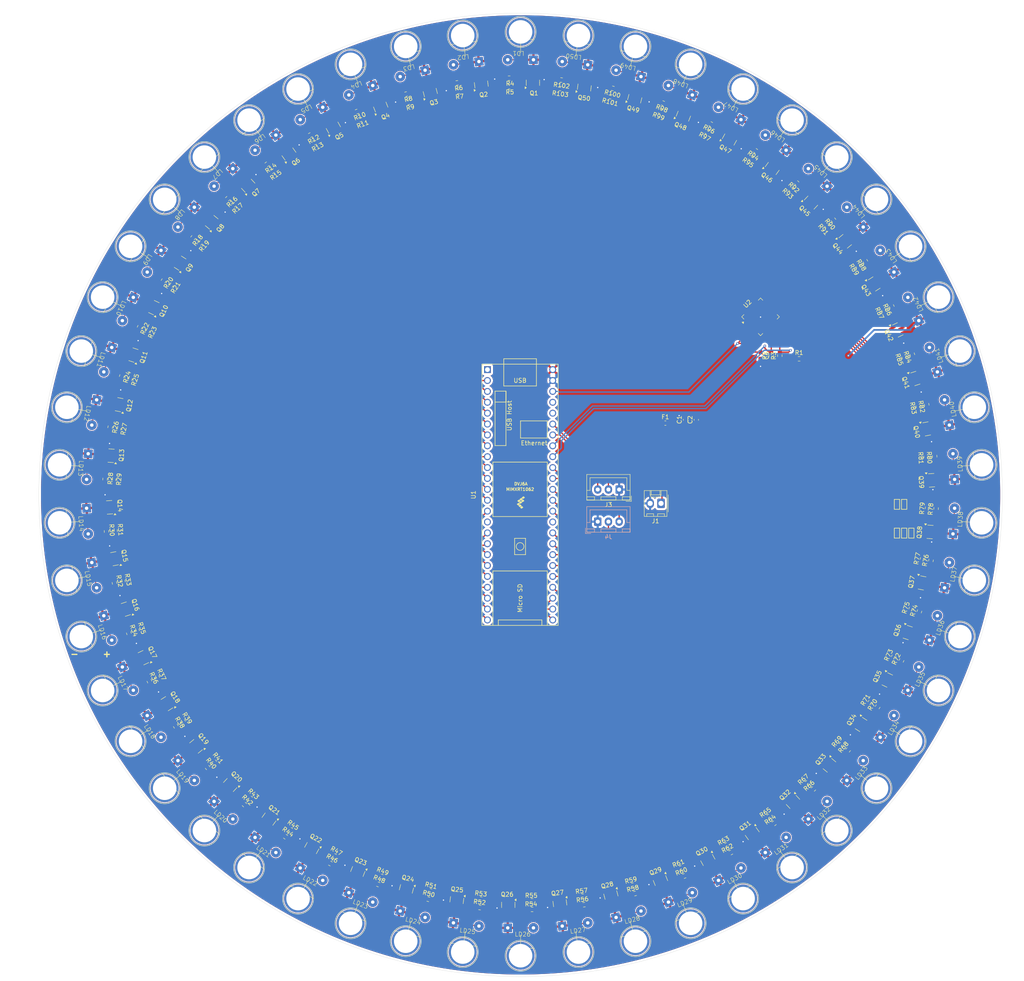
<source format=kicad_pcb>
(kicad_pcb (version 20241229) (generator "pcbnew") (generator_version "9.0")
  (layers (0 "F.Cu" signal) (2 "B.Cu" signal) (13 "F.Paste" user) (15 "B.Paste" user) (5 "F.SilkS" user "F.Silkscreen") (7 "B.SilkS" user "B.Silkscreen") (1 "F.Mask" user) (3 "B.Mask" user) (25 "Edge.Cuts" user))
  (net 0 "")
  (net 1 "GND")
  (net 2 "Laser power")
  (net 3 "Net-(LD1-K)")
  (net 4 "Net-(Q1-G)")
  (net 5 "/A1")
  (net 6 "/A2")
  (net 7 "/A3")
  (net 8 "/A4")
  (net 9 "/A5")
  (net 10 "/A6")
  (net 11 "/A7")
  (net 12 "/A8")
  (net 13 "/A9")
  (net 14 "/A10")
  (net 15 "/A11")
  (net 16 "/A12")
  (net 17 "/A13")
  (net 18 "/A14")
  (net 19 "/A15")
  (net 20 "/A16")
  (net 21 "/A17")
  (net 22 "/A18")
  (net 23 "/A19")
  (net 24 "/A20")
  (net 25 "/A21")
  (net 26 "/A22")
  (net 27 "/A23")
  (net 28 "/A24")
  (net 29 "/A25")
  (net 30 "/A26")
  (net 31 "/A27")
  (net 32 "/A28")
  (net 33 "/A29")
  (net 34 "/A30")
  (net 35 "/A31")
  (net 36 "/A32")
  (net 37 "/A33")
  (net 38 "/A34")
  (net 41 "/P_RX")
  (net 44 "/SCL")
  (net 45 "/RX")
  (net 46 "/TX")
  (net 47 "/P_TX")
  (net 48 "/3v")
  (net 50 "/SDA")
  (net 51 "Net-(LD44-K)")
  (net 52 "/A44")
  (net 53 "Net-(Q44-G)")
  (net 54 "Net-(LD22-K)")
  (net 55 "Net-(Q22-G)")
  (net 56 "Net-(LD45-K)")
  (net 57 "Net-(Q45-G)")
  (net 58 "/A45")
  (net 59 "Net-(LD34-K)")
  (net 60 "Net-(Q34-G)")
  (net 61 "Net-(LD36-K)")
  (net 62 "/A36")
  (net 63 "Net-(Q36-G)")
  (net 64 "Net-(LD27-K)")
  (net 65 "Net-(Q27-G)")
  (net 66 "Net-(LD4-K)")
  (net 67 "Net-(Q4-G)")
  (net 68 "Net-(LD42-K)")
  (net 69 "Net-(Q42-G)")
  (net 70 "/A42")
  (net 71 "Net-(LD30-K)")
  (net 72 "Net-(Q30-G)")
  (net 73 "Net-(LD7-K)")
  (net 74 "Net-(Q7-G)")
  (net 75 "Net-(LD37-K)")
  (net 76 "Net-(Q37-G)")
  (net 77 "/A37")
  (net 78 "Net-(LD6-K)")
  (net 79 "Net-(Q6-G)")
  (net 80 "Net-(LD26-K)")
  (net 81 "Net-(Q26-G)")
  (net 82 "Net-(LD25-K)")
  (net 83 "Net-(Q25-G)")
  (net 84 "Net-(LD24-K)")
  (net 85 "Net-(Q24-G)")
  (net 86 "Net-(LD50-K)")
  (net 87 "/A50")
  (net 88 "Net-(Q50-G)")
  (net 89 "Net-(LD28-K)")
  (net 90 "Net-(Q28-G)")
  (net 91 "Net-(LD17-K)")
  (net 92 "Net-(Q17-G)")
  (net 93 "Net-(LD14-K)")
  (net 94 "Net-(Q14-G)")
  (net 95 "Net-(LD23-K)")
  (net 96 "Net-(Q23-G)")
  (net 97 "Net-(LD10-K)")
  (net 98 "Net-(Q10-G)")
  (net 99 "Net-(LD46-K)")
  (net 100 "/A46")
  (net 101 "Net-(Q46-G)")
  (net 102 "Net-(LD15-K)")
  (net 103 "Net-(Q15-G)")
  (net 104 "Net-(LD39-K)")
  (net 105 "Net-(Q39-G)")
  (net 106 "/A39")
  (net 107 "Net-(LD43-K)")
  (net 108 "/A43")
  (net 109 "Net-(Q43-G)")
  (net 110 "Net-(LD21-K)")
  (net 111 "Net-(Q21-G)")
  (net 112 "Net-(LD5-K)")
  (net 113 "Net-(Q5-G)")
  (net 114 "Net-(LD47-K)")
  (net 115 "/A47")
  (net 116 "Net-(Q47-G)")
  (net 117 "Net-(LD20-K)")
  (net 118 "Net-(Q20-G)")
  (net 119 "Net-(LD2-K)")
  (net 120 "Net-(Q2-G)")
  (net 121 "Net-(LD11-K)")
  (net 122 "Net-(Q11-G)")
  (net 123 "Net-(LD40-K)")
  (net 124 "Net-(Q40-G)")
  (net 125 "/A40")
  (net 126 "Net-(LD31-K)")
  (net 127 "Net-(Q31-G)")
  (net 128 "Net-(LD41-K)")
  (net 129 "Net-(Q41-G)")
  (net 130 "/A41")
  (net 131 "Net-(LD16-K)")
  (net 132 "Net-(Q16-G)")
  (net 133 "Net-(LD38-K)")
  (net 134 "Net-(Q38-G)")
  (net 135 "/A38")
  (net 136 "Net-(LD8-K)")
  (net 137 "Net-(Q8-G)")
  (net 138 "Net-(LD13-K)")
  (net 139 "Net-(Q13-G)")
  (net 140 "Net-(LD33-K)")
  (net 141 "Net-(Q33-G)")
  (net 142 "Net-(LD9-K)")
  (net 143 "Net-(Q9-G)")
  (net 144 "Net-(LD12-K)")
  (net 145 "Net-(Q12-G)")
  (net 146 "Net-(LD3-K)")
  (net 147 "Net-(Q3-G)")
  (net 148 "Net-(LD19-K)")
  (net 149 "Net-(Q19-G)")
  (net 150 "Net-(LD35-K)")
  (net 151 "/A35")
  (net 152 "Net-(Q35-G)")
  (net 153 "Net-(LD32-K)")
  (net 154 "Net-(Q32-G)")
  (net 155 "Net-(LD48-K)")
  (net 156 "/A48")
  (net 157 "Net-(Q48-G)")
  (net 158 "Net-(LD18-K)")
  (net 159 "Net-(Q18-G)")
  (net 160 "Net-(LD49-K)")
  (net 161 "Net-(Q49-G)")
  (net 162 "/A49")
  (net 163 "Net-(LD29-K)")
  (net 164 "Net-(Q29-G)")
  (net 165 "Net-(F1-Pad1)")
  (net 166 "Net-(U2-~{RESET})")
  (footprint "Resistor_SMD:R_0603_1608Metric" (layer "F.Cu") (at 161.041016 40.405967 21.6)
    (property "Reference" "R11")
    (property "Value" "220" (hide yes))
  )
  (footprint "Resistor_SMD:R_0603_1608Metric" (layer "F.Cu") (at 261.581984 56.666817 -43.2)
    (property "Reference" "R93")
    (property "Value" "220" (hide yes))
  )
  (footprint "personal:laser 6.0 perf" (layer "F.Cu") (at 108.956447 184.576066 -57.6)
    (property "Reference" "LD18")
    (property "Value" "D_Laser_1A3C")
  )
  (footprint "Package_TO_SOT_SMD:SOT-23" (layer "F.Cu") (at 144.435276 48.44505 126)
    (property "Reference" "Q6")
    (property "Value" "IRLML6401" (hide yes))
  )
  (footprint "Resistor_SMD:R_0603_1608Metric" (layer "F.Cu") (at 139.32071 50.847678 -144)
    (property "Reference" "R14")
    (property "Value" "10k" (hide yes))
  )
  (footprint "Package_TO_SOT_SMD:SOT-23" (layer "F.Cu") (at 294.067667 136.643292 -3.6)
    (property "Reference" "Q38")
    (property "Value" "IRLML6401" (hide yes))
  )
  (footprint "personal:laser 6.0 perf" (layer "F.Cu") (at 224.874321 25.028801 165.6)
    (property "Reference" "LD49")
    (property "Value" "D_Laser_1A3C")
  )
  (footprint "Package_TO_SOT_SMD:SOT-23" (layer "F.Cu") (at 106.369591 154.66203 -162)
    (property "Reference" "Q16")
    (property "Value" "IRLML6401" (hide yes))
  )
  (footprint "Resistor_SMD:R_0603_1608Metric" (layer "F.Cu") (at 280.14449 176.394968 -122.4)
    (property "Reference" "R71")
    (property "Value" "220" (hide yes))
  )
  (footprint "Resistor_SMD:R_0603_1608Metric" (layer "F.Cu") (at 119.722184 180.912123 122.4)
    (property "Reference" "R39")
    (property "Value" "220" (hide yes))
  )
  (footprint "personal:laser 6.0 perf" (layer "F.Cu") (at 94.32544 147.62236 -79.2)
    (property "Reference" "LD15")
    (property "Value" "D_Laser_1A3C")
  )
  (footprint "Resistor_SMD:R_0603_1608Metric" (layer "F.Cu") (at 295.140628 118.989598 93.6)
    (property "Reference" "R80")
    (property "Value" "10k" (hide yes))
  )
  (footprint "Package_TO_SOT_SMD:SOT-23" (layer "F.Cu") (at 277.962208 181.583326 -32.4)
    (property "Reference" "Q34")
    (property "Value" "IRLML6401" (hide yes))
  )
  (footprint "personal:laser 6.0 perf" (layer "F.Cu") (at 147.408553 220.684997 -28.8)
    (property "Reference" "LD22")
    (property "Value" "D_Laser_1A3C")
  )
  (footprint "personal:laser 6.0 perf" (layer "F.Cu") (at 147.408553 34.815003 -151.2)
    (property "Reference" "LD5")
    (property "Value" "D_Laser_1A3C")
  )
  (footprint "Package_TO_SOT_SMD:SOT-23" (layer "F.Cu") (at 122.746292 186.687639 -140.4)
    (property "Reference" "Q19")
    (property "Value" "IRLML6401" (hide yes))
  )
  (footprint "personal:laser 6.0 perf" (layer "F.Cu") (at 299.362446 94.977805 108)
    (property "Reference" "LD41")
    (property "Value" "D_Laser_1A3C")
  )
  (footprint "Resistor_SMD:R_0603_1608Metric" (layer "F.Cu") (at 125.465324 191.64125 -50.4)
    (property "Reference" "R40")
    (property "Value" "10k" (hide yes))
  )
  (footprint "Resistor_SMD:R_0603_1608Metric" (layer "F.Cu") (at 263.5 96.25)
    (property "Reference" "R1")
    (property "Value" "10k" (hide yes))
  )
  (footprint "Resistor_SMD:R_0603_1608Metric" (layer "F.Cu") (at 172.283501 36.399845 14.4)
    (property "Reference" "R9")
    (property "Value" "220" (hide yes))
  )
  (footprint "personal:laser 6.0 perf" (layer "F.Cu") (at 136.163581 41.95128 -144)
    (property "Reference" "LD6")
    (property "Value" "D_Laser_1A3C")
  )
  (footprint "personal:laser 6.0 perf" (layer "F.Cu") (at 249.591447 220.684997 28.8)
    (property "Reference" "LD30")
    (property "Value" "D_Laser_1A3C")
  )
  (footprint "Resistor_SMD:R_0603_1608Metric" (layer "F.Cu") (at 104.681466 112.576394 79.2)
    (property "Reference" "R27")
    (property "Value" "220" (hide yes))
  )
  (footprint "Package_TO_SOT_SMD:SOT-23" (layer "F.Cu") (at 103.723096 142.902819 -169.2)
    (property "Reference" "Q15")
    (property "Value" "IRLML6401" (hide yes))
  )
  (footprint "Package_TO_SOT_SMD:SOT-23" (layer "F.Cu") (at 236.490056 39.607926 68.4)
    (property "Reference" "Q48")
    (property "Value" "IRLML6401" (hide yes))
  )
  (footprint "Package_TO_SOT_SMD:SOT-23" (layer "F.Cu") (at 183.623513 222.570671 -97.2)
    (property "Reference" "Q25")
    (property "Value" "IRLML6401" (hide yes))
  )
  (footprint "Resistor_SMD:R_0603_1608Metric" (layer "F.Cu") (at 201.175 224.75)
    (property "Reference" "R54")
    (property "Value" "10k" (hide yes))
  )
  (footprint "Resistor_SMD:R_0603_1608Metric" (layer "F.Cu") (at 165.279071 218.923052 -21.6)
    (property "Reference" "R48")
    (property "Value" "10k" (hide yes))
  )
  (footprint "Resistor_SMD:R_0603_1608Metric" (layer "F.Cu") (at 135.418016 198.833183 136.8)
    (property "Reference" "R43")
    (property "Value" "220" (hide yes))
  )
  (footprint "personal:laser 6.0 perf" (layer "F.Cu") (at 159.459268 226.355633 -21.6)
    (property "Reference" "LD23")
    (property "Value" "D_Laser_1A3C")
  )
  (footprint "Package_TO_SOT_SMD:SOT-23" (layer "F.Cu") (at 252.564724 207.05495 -54)
    (property "Reference" "Q31")
    (property "Value" "IRLML6401" (hide yes))
  )
  (footprint "personal:laser 6.0 perf" (layer "F.Cu") (at 92.65622 121.090874 -93.6)
    (property "Reference" "LD13")
    (property "Value" "D_Laser_1A3C")
  )
  (footprint "personal:laser 6.0 perf" (layer "F.Cu") (at 299.362446 160.522195 72)
    (property "Reference" "LD36")
    (property "Value" "D_Laser_1A3C")
  )
  (footprint "Package_TO_SOT_SMD:SOT-23" (layer "F.Cu") (at 219.574009 221.38843 -75.6)
    (property "Reference" "Q28")
    (property "Value" "IRLML6401" (hide yes))
  )
  (footprint "Resistor_SMD:R_0603_1608Metric" (layer "F.Cu") (at 177.465421 220.430646 165.6)
    (property "Reference" "R51")
    (property "Value" "220" (hide yes))
  )
  (footprint "Resistor_SMD:R_0603_1608Metric" (layer "F.Cu") (at 253.351049 47.703026 144)
    (property "Reference" "R94")
    (property "Value" "10k" (hide yes))
  )
  (footprint "Resistor_SMD:R_0603_1608Metric" (layer "F.Cu") (at 195.825 32.75)
    (property "Reference" "R5")
    (property "Value" "220" (hide yes))
  )
  (footprint "Package_TO_SOT_SMD:SOT-23" (layer "F.Cu") (at 266.269522 59.782645 46.8)
    (property "Reference" "Q45")
    (property "Value" "IRLML6401" (hide yes))
  )
  (footprint "Resistor_SMD:R_0603_1608Metric" (layer "F.Cu") (at 294.283108 143.298369 79.2)
    (property "Reference" "R76")
    (property "Value" "10k" (hide yes))
  )
  (footprint "Resistor_SMD:R_0603_1608Metric" (layer "F.Cu") (at 111.402471 89.72138 64.8)
    (property "Reference" "R23")
    (property "Value" "220" (hide yes))
  )
  (footprint "personal:laser 6.0 perf" (layer "F.Cu") (at 136.163581 213.54872 -36)
    (property "Reference" "LD21")
    (property "Value" "D_Laser_1A3C")
  )
  (footprint "personal:laser 6.0 perf" (layer "F.Cu") (at 97.637554 160.522195 -72)
    (property "Reference" "LD16")
    (property "Value" "D_Laser_1A3C")
  )
  (footprint "Resistor_SMD:R_0603_1608Metric" (layer "F.Cu") (at 224.716499 219.100155 -165.6)
    (property "Reference" "R59")
    (property "Value" "220" (hide yes))
  )
  (footprint "Package_TO_SOT_SMD:SOT-23" (layer "F.Cu") (at 165.856159 37.49121 111.6)
    (property "Reference" "Q4")
    (property "Value" "IRLML6401" (hide yes))
  )
  (footprint "Resistor_SMD:R_0603_1608Metric" (layer "F.Cu") (at 150.389281 45.789556 28.8)
    (property "Reference" "R13")
    (property "Value" "220" (hide yes))
  )
  (footprint "Resistor_SMD:R_0603_1608Metric" (layer "F.Cu") (at 108.976251 159.65069 108)
    (property "Reference" "R35")
    (property "Value" "220" (hide yes))
  )
  (footprint "Package_TO_SOT_SMD:SOT-23" (layer "F.Cu") (at 290.630409 100.83797 18)
    (property "Reference" "Q41")
    (property "Value" "IRLML6401" (hide yes))
  )
  (footprint "Package_TO_SOT_SMD:SOT-23" (layer "F.Cu") (at 110.46904 165.996823 -154.8)
    (property "Reference" "Q17")
    (property "Value" "IRLML6401" (hide yes))
  )
  (footprint "Resistor_SMD:R_0603_1608Metric" (layer "F.Cu") (at 241.922479 43.212174 -28.8)
    (property "Reference" "R97")
    (property "Value" "220" (hide yes))
  )
  (footprint "Resistor_SMD:R_0603_1608Metric" (layer "F.Cu") (at 235.958984 215.094033 -158.4)
    (property "Reference" "R61")
    (property "Value" "220" (hide yes))
  )
  (footprint "Package_TO_SOT_SMD:SOT-23" (layer "F.Cu") (at 108.146439 95.369395 162)
    (property "Reference" "Q11")
    (property "Value" "IRLML6401" (hide yes))
  )
  (footprint "Resistor_SMD:R_0603_1608Metric" (layer "F.Cu") (at 101.523442 124.329041 -93.6)
    (property "Reference" "R28")
    (property "Value" "10k" (hide yes))
  )
  (footprint "personal:laser 6.0 perf" (layer "F.Cu") (at 97.637554 94.977805 -108)
    (property "Reference" "LD11")
    (property "Value" "D_Laser_1A3C")
  )
  (footprint "personal:laser 6.0 perf" (layer "F.Cu") (at 304.34378 121.090874 93.6)
    (property "Reference" "LD39")
    (property "Value" "D_Laser_1A3C")
  )
  (footprint "Resistor_SMD:R_0603_1608Metric" (layer "F.Cu") (at 105.683956 148.178843 100.8)
    (property "Reference" "R33")
    (property "Value" "220" (hide yes))
  )
  (footprint "Resistor_SMD:R_0603_1608Metric" (layer "F.Cu") (at 285.129264 84.028997 115.2)
    (property "Reference" "R86")
    (property "Value" "10k" (hide yes))
  )
  (footprint "Package_TO_SOT_SMD:SOT-23" (layer "F.Cu") (at 213.376487 32.929329 82.8)
    (property "Reference" "Q50")
    (property "Value" "IRLML6401" (hide yes))
  )
  (footprint "Resistor_SMD:R_0603_1608Metric" (layer "F.Cu") (at 262.951078 55.208879 136.8)
    (property "Reference" "R92")
    (property "Value" "10k" (hide yes))
  )
  (footprint "Resistor_SMD:R_0603_1608Metric" (layer "F.Cu") (at 144.824521 206.17894 144)
    (property "Reference" "R45")
    (property "Value" "220" (hide yes))
  )
  (footprint "Resistor_SMD:R_0603_1608Metric" (layer "F.Cu") (at 116.85551 79.105032 57.6)
    (property "Reference" "R21")
    (property "Value" "220" (hide yes))
  )
  (footprint "Resistor_SMD:R_0603_1608Metric" (layer "F.Cu") (at 259 95.511949 90)
    (property "Reference" "R3")
    (property "Value" "10k" (hide yes))
  )
  (footprint "Resistor_SMD:R_0603_1608Metric" (layer "F.Cu") (at 183.939436 33.83437 7.2)
    (property "Reference" "R7")
    (property "Value" "220" (hide yes))
  )
  (footprint "Resistor_SMD:R_0603_1608Metric" (layer "F.Cu") (at 122.055106 67.980996 -129.6)
    (property "Reference" "R18")
    (property "Value" "10k" (hide yes))
  )
  (footprint "Package_TO_SOT_SMD:SOT-23" (layer "F.Cu") (at 149.762375 210.43563 -118.8)
    (property "Reference" "Q22")
    (property "Value" "IRLML6401" (hide yes))
  )
  (footprint "Package_TO_SOT_SMD:SOT-23" (layer "F.Cu") (at 119.037792 73.916674 147.6)
    (property "Reference" "Q9")
    (property "Value" "IRLML6401" (hide yes))
  )
  (footprint "Package_TO_SOT_SMD:SOT-23" (layer "F.Cu") (at 195.625 223.6875 -90)
    (property "Reference" "Q26")
    (property "Value" "IRLML6401" (hide yes))
  )
  (footprint "Resistor_SMD:R_0603_1608Metric" (layer "F.Cu") (at 277.277816 74.587877 -57.6)
    (property "Reference" "R89")
    (property "Value" "220" (hide yes))
  )
  (footprint "Resistor_SMD:R_0603_1608Metric" (layer "F.Cu") (at 291.579103 155.180572 72)
    (property "Reference" "R74")
    (property "Value" "10k" (hide yes))
  )
  (footprint "Resistor_SMD:R_0603_1608Metric" (layer "F.Cu") (at 220.031959 33.132188 165.6)
    (property "Reference" "R100")
    (property "Value" "10k" (hide yes))
  )
  (footprint "Resistor_SMD:R_0603_1608Metric" (layer "F.Cu") (at 103.519496 124.454622 86.4)
    (property "Reference" "R29")
    (property "Value" "220" (hide yes))
  )
  (footprint "Resistor_SMD:R_0603_1608Metric" (layer "F.Cu") (at 195.825 30.75 180)
    (property "Reference" "R4")
    (property "Value" "10k" (hide yes))
  )
  (footprint "Package_TO_SOT_SMD:SOT-23" (layer "F.Cu") (at 257.216572 51.824815 54)
    (property "Reference" "Q46")
    (property "Value" "IRLML6401" (hide yes))
  )
  (footprint "Resistor_SMD:R_0603_1608Metric" (layer "F.Cu") (at 154.114014 214.040439 -28.8)
    (property "Reference" "R46")
    (property "Value" "10k" (hide yes))
  )
  (footprint "personal:laser 6.0 perf" (layer "F.Cu") (at 237.540732 226.355633 21.6)
    (property "Reference" "LD29")
    (property "Value" "D_Laser_1A3C")
  )
  (footprint "Resistor_SMD:R_0603_1608Metric" (layer "F.Cu") (at 127.006351 190.366402 129.6)
    (property "Reference" "R41")
    (property "Value" "220" (hide yes))
  )
  (footprint "personal:laser 6.0 perf" (layer "F.Cu") (at 116.78472 60.149241 -129.6)
    (property "Reference" "LD8")
    (property "Value" "D_Laser_1A3C")
  )
  (footprint "Resistor_SMD:R_0603_1608Metric" (layer "F.Cu") (at 242.885986 41.459561 151.2)
    (property "Reference" "R96")
    (property "Value" "10k" (hide yes))
  )
  (footprint "Resistor_SMD:R_0603_1608Metric" (layer "F.Cu") (at 287.407183 166.630179 64.8)
    (property "Reference" "R72")
    (property "Value" "10k" (hide yes))
  )
  (footprint "personal:laser 6.0 perf" (layer "F.Cu") (at 249.591447 34.815003 151.2)
    (property "Reference" "LD47")
    (property "Value" "D_Laser_1A3C")
  )
  (footprint "Resistor_SMD:R_0603_1608Metric" (layer "F.Cu") (at 252.175479 49.32106 -36)
    (property "Reference" "R95")
    (property "Value" "220" (hide yes))
  )
  (footprint "Resistor_SMD:R_0603_1608Metric" (layer "F.Cu") (at 107.32301 100.937462 72)
    (property "Reference" "R25")
    (property "Value" "220" (hide yes))
  )
  (footprint "Package_TO_SOT_SMD:SOT-23" (layer "F.Cu") (at 160.509944 215.892074 -111.6)
    (property "Reference" "Q23")
    (property "Value" "IRLML6401" (hide yes))
  )
  (footprint "personal:laser 6.0 perf" (layer "F.Cu") (at 94.32544 107.87764 -100.8)
    (property "Reference" "LD12")
    (property "Value" "D_Laser_1A3C")
  )
  (footprint "Resistor_SMD:R_0603_1608Metric" (layer "F.Cu") (at 113.68039 170.619445 115.2)
    (property "Reference" "R37")
    (property "Value" "220" (hide yes))
  )
  (footprint "Resistor_SMD:R_0603_1608Metric" (layer "F.Cu") (at 278.966472 73.516224 122.4)
    (property "Reference" "R88")
    (property "Value" "10k" (hide yes))
  )
  (footprint "Package_DFN_QFN:QFN-28-1EP_6x6mm_P0.65mm_EP4.25x4.25mm" (layer "F.Cu") (at 254.5 86.446949 45)
    (property "Reference" "U2")
    (property "Value" "MCP23017_ML" (hide yes))
  )
  (footprint "Connector_Molex:Molex_KK-254_AE-6410-02A_1x02_P2.54mm_Vertical" (layer "F.Cu") (at 231.275 129.985 180)
    (property "Reference" "J1")
    (property "Value" "5v" (hide yes))
  )
  (footprint "personal:laser 6.0 perf" (layer "F.Cu") (at 280.21528 60.149241 129.6)
    (property "Reference" "LD44")
    (property "Value" "D_Laser_1A3C")
  )
  (footprint "Connector_JST:JST_XH_B3B-XH-A_1x03_P2.50mm_Vertical" (layer "F.Cu") (at 221.5 126.75 180)
    (property "Reference" "J3")
    (property "Value" "Serial Com")
  )
  (footprint "Resistor_SMD:R_0603_1608Metric" (layer "F.Cu") (at 247.574227 211.463057 28.8)
    (property "Reference" "R62")
    (property "Value" "10k" (hide yes))
  )
  (footprint "Resistor_SMD:R_0603_1608Metric" (layer "F.Cu") (at 292.318534 142.923606 -100.8)
    (property "Reference" "R77")
    (property "Value" "220" (hide yes))
  )
  (footprint "personal:laser 6.0 perf" (layer "F.Cu") (at 271.098309 50.440653 136.8)
    (property "Reference" "LD45")
    (property "Value" "D_Laser_1A3C")
  )
  (footprint "personal:laser 6.0 perf" (layer "F.Cu") (at 198.5 233.803051)
    (property "Reference" "LD26")
    (property "Value" "D_Laser_1A3C")
  )
  (footprint "Package_TO_SOT_SMD:SOT-23" (layer "F.Cu") (at 171.856638 219.958463 -104.4)
    (property "Reference" "Q24")
    (property "Value" "IRLML6401" (hide yes))
  )
  (footprint "Resistor_SMD:R_0603_1608Metric" (layer "F.Cu") (at 115.166854 78.033378 -122.4)
    (property "Reference" "R20")
    (property "Value" "10k" (hide yes))
  )
  (footprint "Resistor_SMD:R_0603_1608Metric" (layer "F.Cu") (at 274.944894 187.519004 50.4)
    (property "Reference" "R68")
    (property "Value" "10k" (hide yes))
  )
  (footprint "Package_TO_SOT_SMD:SOT-23" (layer "F.Cu") (at 247.237625 45.06437 61.2)
    (property "Reference" "Q47")
    (property "Value" "IRLML6401" (hide yes))
  )
  (footprint "Resistor_SMD:R_0603_1608Metric" (layer "F.Cu") (at 293.144575 119.115179 -86.4)
    (property "Reference" "R81")
    (property "Value" "220" (hide yes))
  )
  (footprint "Resistor_SMD:R_0603_1608Metric" (layer "F.Cu") (at 265.481966 195.170856 -136.8)
    (property "Reference" "R67")
    (property "Value" "220" (hide yes))
  )
  (footprint "Resistor_SMD:R_0603_1608Metric" (layer "F.Cu") (at 266.85106 196.628794 43.2)
    (property "Reference" "R66")
    (property "Value" "10k" (hide yes))
  )
  (footprint "Package_TO_SOT_SMD:SOT-23" (layer "F.Cu") (at 293.276904 112.597181 10.8)
    (property "Reference" "Q40")
    (property "Value" "IRLML6401" (hide yes))
  )
  (footprint "personal:laser 6.0 perf" (layer "F.Cu") (at 260.836419 41.95128 144)
    (property "Reference" "LD46")
    (property "Value" "D_Laser_1A3C")
  )
  (footprint "Resistor_SMD:R_0603_1608Metric" (layer "F.Cu") (at 118.033528 181.983776 -57.6)
    (property "Reference" "R38")
    (property "Value" "10k" (hide yes))
  )
  (footprint "personal:laser 6.0 perf" (layer "F.Cu") (at 260.836419 213.54872 36)
    (property "Reference" "LD31")
    (property "Value" "D_Laser_1A3C")
  )
  (footprint "Package_TO_SOT_SMD:SOT-23" (layer "F.Cu") (at 294.428712 124.595362 3.6)
    (property "Reference" "Q39")
    (property "Value" "IRLML6401" (hide yes))
  )
  (footprint "Resistor_SMD:R_0603_1608Metric" (layer "F.Cu") (at 102.716892 112.201631 -100.8)
    (property "Reference" "R26")
    (property "Value" "10k" (hide yes))
  )
  (footprint "Resistor_SMD:R_0603_1608Metric" (layer "F.Cu") (at 123.596133 69.255844 50.4)
    (property "Reference" "R19")
    (property "Value" "220" (hide yes))
  )
  (footprint "Resistor_SMD:R_0603_1608Metric" (layer "F.Cu") (at 281.833146 177.466622 57.6)
    (property "Reference" "R70")
    (property "Value" "10k" (hide yes))
  )
  (footprint "Package_TO_SOT_SMD:SOT-23" (layer "F.Cu") (at 154.801139 42.294286 118.8)
    (property "Reference" "Q5")
    (property "Value" "IRLML6401" (hide yes))
  )
  (footprint "personal:laser 6.0 perf" (layer "F.Cu") (at 224.874321 230.471199 14.4)
    (property "Reference" "LD28")
    (property "Value" "D_Laser_1A3C")
  )
  (footprint "Package_TO_SOT_SMD:SOT-23" (layer "F.Cu") (at 231.143841 218.00879 -68.4)
    (property "Reference" "Q29")
    (property "Value" "IRLML6401" (hide yes))
  )
  (footprint "Resistor_SMD:R_0603_1608Metric" (layer "F.Cu") (at 213.311231 223.649859 7.2)
    (property "Reference" "R56")
    (property "Value" "10k" (hide yes))
  )
  (footprint "Resistor_SMD:R_0603_1608Metric" (layer "F.Cu") (at 103.719382 148.553606 -79.2)
    (property "Reference" "R32")
    (property "Value" "10k" (hide yes))
  )
  (footprint "Resistor_SMD:R_0603_1608Metric" (layer "F.Cu") (at 246.610719 209.710444 -151.2)
    (property "Reference" "R63")
    (property "Value" "220" (hide yes))
  )
  (footprint "personal:laser 6.0 perf" (layer "F.Cu") (at 288.043553 184.576066 57.6)
    (property "Reference" "LD34")
    (property "Value" "D_Laser_1A3C")
  )
  (footprint "personal:laser 6.0 perf" (layer "F.Cu") (at 237.540732 29.144367 158.4)
    (property "Reference" "LD48")
    (property "Value" "D_Laser_1A3C")
  )
  (footprint "Capacitor_SMD:C_0603_1608Metric" (layer "F.Cu") (at 237 110.475 90)
    (property "Reference" "C1")
    (property "Value" "10uF")
  )
  (footprint "Resistor_SMD:R_0603_1608Metric" (layer "F.Cu") (at 166.01532 217.063499 158.4)
    (property "Reference" "R49")
    (property "Value" "220" (hide yes))
  )
  (footprint "Package_TO_SOT_SMD:SOT-23" (layer "F.Cu") (at 177.425991 34.11157 104.4)
    (property "Reference" "Q3")
    (property "Value" "IRLML6401" (hide yes))
  )
  (footprint "Package_TO_SOT_SMD:SOT-23" (layer "F.Cu") (at 112.917271 84.300422 154.8)
    (property "Reference" "Q10")
    (property "Value" "IRLML6401" (hide yes))
  )
  (footprint "Resistor_SMD:R_0603_1608Metric" (layer "F.Cu") (at 201.175 222.75 180)
    (property "Reference" "R55")
    (property "Value" "220" (hide yes))
  )
  (footprint "personal:laser 6.0 perf" (layer "F.Cu") (at 294.459669 82.594807 115.2)
    (property "Reference" "LD42")
    (property "Value" "D_Laser_1A3C")
  )
  (footprint "Resistor_SMD:R_0603_1608Metric" (layer "F.Cu") (at 130.14894 58.871206 -136.8)
    (property "Reference" "R16")
    (property "Value" "10k" (hide yes))
  )
  (footprint "personal:laser 6.0 perf" (layer "F.Cu") (at 159.459268 29.144367 -158.4)
    (property "Reference" "LD4")
    (property "Value" "D_Laser_1A3C")
  )
  (footprint "Resistor_SMD:R_0603_1608Metric" (layer "F.Cu") (at 131.518034 60.329144 43.2)
    (property "Reference" "R17")
    (property "Value" "220" (hide yes))
  )
  (footprint "Resistor_SMD:R_0603_1608Metric" (layer "F.Cu") (at 101.859372 136.510402 -86.4)
    (property "Reference" "R30")
    (property "Value" "10k" (hide yes))
  )
  (footprint "Package_TO_SOT_SMD:SOT-23" (layer "F.Cu") (at 274.253708 68.812361 39.6)
    (property "Reference" "Q44")
    (property "Value" "IRLML6401" (hide yes))
  )
  (footprint "Package_TO_SOT_SMD:SOT-23" (layer "F.Cu") (at 288.853561 160.130605 -18)
    (property "Reference" "Q36")
    (property "Value" "IRLML6401" (hide yes))
  )
  (footprint "Resistor_SMD:R_0603_1608Metric" (layer "F.Cu") (at 283.31961 84.880555 -64.8)
    (property "Reference" "R87")
    (property "Value" "220" (hide yes))
  )
  (footprint "personal:laser 6.0 perf" (layer "F.Cu") (at 108.956447 70.923934 -122.4)
    (property "Reference" "LD9")
    (property "Value" "D_Laser_1A3C")
  )
  (footprint "Package_TO_SOT_SMD:SOT-23" (layer "F.Cu") (at 286.53096 89.503177 25.2)
    (property "Reference" "Q42")
    (property "Value" "IRLML6401" (hide yes))
  )
  (footprint "Package_TO_SOT_SMD:SOT-23" (layer "F.Cu") (at 207.671827 223.291337 -82.8)
    (property "Reference" "Q27")
    (property "Value" "IRLML6401" (hide yes))
  )
  (footprint "Package_TO_SOT_SMD:SOT-23" (layer "F.Cu") (at 102.932333 118.856708 176.4)
    (property "Reference" "Q13")
    (property "Value" "IRLML6401" (hide yes))
  )
  (footprint "Resistor_SMD:R_0603_1608Metric" (layer "F.Cu") (at 149.425773 44.036943 -151.2)
    (property "Reference" "R12")
    (property "Value" "10k" (hide yes))
  )
  (footprint "personal:laser 6.0 perf" (layer "F.Cu") (at 294.459669 172.905193 64.8)
    (property "Reference" "LD35")
    (property "Value" "D_Laser_1A3C")
  )
  (footprint "personal:laser 6.0 perf" (layer "F.Cu") (at 304.34378 134.409126 86.4)
    (property "Reference" "LD38")
    (property "Value" "D_Laser_1A3C")
  )
  (footprint "Resistor_SMD:R_0603_1608Metric" (layer "F.Cu") (at 219.534579 35.069354 -14.4)
    (property "Reference" "R101")
    (property "Value" "220" (hide yes))
  )
  (footprint "Resistor_SMD:R_0603_1608Metric" (layer "F.Cu") (at 273.403867 186.244156 -129.6)
    (property "Reference" "R69")
    (property "Value" "220" (hide yes))
  )
  (footprint "Resistor_SMD:R_0603_1608Metric" (layer "F.Cu") (at 289.67699 154.562538 -108)
    (property "Reference" "R75")
    (property "Value" "220" (hide yes))
  )
  (footprint "Resistor_SMD:R_0603_1608Metric" (layer "F.Cu") (at 188.996583 224.320392 -7.2)
    (property "Reference" "R52")
    (property "Value" "10k" (hide yes))
  )
  (footprint "Resistor_SMD:R_0603_1608Metric" (layer "F.Cu") (at 289.925862 95.231276 108)
    (property "Reference" "R84")
    (property "Value" "10k" (hide yes))
  )
  (footprint "personal:laser 6.0 perf" (layer "F.Cu") (at 288.043553 70.923934 122.4)
    (property "Reference" "LD43")
    (property "Value" "D_Laser_1A3C")
  )
  (footprint "Resistor_SMD:R_0603_1608Metric" (layer "F.Cu") (at 230.98468 38.436501 -21.6)
    (property "Reference" "R99")
    (property "Value" "220" (hide yes))
  )
  (footprint "personal:laser 6.0 perf" (layer "F.Cu") (at 280.21528 195.350759 50.4)
    (property "Reference" "LD33")
    (property "Value" "D_Laser_1A3C")
  )
  (footprint "Resistor_SMD:R_0603_1608Metric" (layer "F.Cu") (at 109.592817 88.869821 -115.2)
    (property "Reference" "R22")
    (property "Value" "10k" (hide yes))
  )
  (footprint "personal:laser 6.0 perf" (layer "F.Cu") (at 116.78472 195.350759 -50.4)
    (property "Reference" "LD19")
    (property "Value" "D_Laser_1A3C")
  )
  (footprint "Resistor_SMD:R_0603_1608Metric" (layer "F.Cu") (at 208.003417 31.179608 172.8)
    (property "Reference" "R102")
    (property "Value" "10k" (hide yes))
  )
  (footprint "Package_TO_SOT_SMD:SOT-23" (layer "F.Cu") (at 115.956787 176.72844 -147.6)
    (property "Reference" "Q18")
    (property "Value" "IRLML6401" (hide yes))
  )
  (footprint "Resistor_SMD:R_0603_1608Metric" (layer "F.Cu") (at 293.480504 131.045378 -93.6)
    (property "Reference" "R79")
    (property "Value" "220" (hide yes))
  )
  (footprint "Package_TO_SOT_SMD:SOT-23" (layer "F.Cu") (at 262.077953 199.653501 -46.8)
    (property "Reference" "Q32")
    (property "Value" "IRLML6401" (hide yes))
  )
  (footprint "personal:laser 6.0 perf" (layer "F.Cu") (at 102.540331 172.905193 -64.8)
    (property "Reference" "LD17")
    (property "Value" "D_Laser_1A3C")
  )
  (footprint "Resistor_SMD:R_0603_1608Metric" (layer "F.Cu") (at 288.023749 95.84931 -72)
    (property "Reference" "R85")
    (property "Value" "220" (hide yes))
  )
  (footprint "Resistor_SMD:R_0603_1608Metric" (layer "F.Cu") (at 143.648951 207.796974 -36)
    (property "Reference" "R44")
    (property "Value" "10k" (hide yes))
  )
  (footprint "Package_TO_SOT_SMD:SOT-23" (layer "F.Cu") (at 104.800538 106.949029 169.2)
    (property "Reference" "Q12")
    (property "Value" "IRLML6401" (hide yes))
  )
  (footprint "Package_TO_SOT_SMD:SOT-23" (layer "F.Cu") (at 292.199462 148.550971 -10.8)
    (property "Reference" "Q37")
    (property "Value" "IRLML6401" (hide yes))
  )
  (footprint "Fuse:Fuse_0603_1608Metric" (layer "F.Cu") (at 232.2875 111.25)
    (property "Reference" "F1")
    (property "Value" "Fuse")
  )
  (footprint "Resistor_SMD:R_0603_1608Metric" (layer "F.Cu") (at 189.24725 222.336163 172.8)
    (property "Reference" "R53")
    (property "Value" "220" (hide yes))
  )
  (footprint "personal:laser 6.0 perf" (layer "F.Cu") (at 125.901691 205.059347 -43.2)
    (property "Reference" "LD20")
    (property "Value" "D_Laser_1A3C")
  )
  (footprint "Resistor_SMD:R_0603_1608Metric" (layer "F.Cu") (at 207.75275 33.163837 -7.2)
    (property "Reference" "R103")
    (property "Value" "220" (hide yes))
  )
  (footprint "personal:laser 6.0 perf" (layer "F.Cu") (at 271.098309 205.059347 43.2)
    (property "Reference" "LD32")
    (property "Value" "D_Laser_1A3C")
  )
  (footprint "Resistor_SMD:R_0603_1608Metric" (layer "F.Cu") (at 140.49628 52.465712 36)
    (property "Reference" "R15")
    (property "Value" "220" (hide yes))
  )
  (footprint "personal:laser 6.0 perf" (layer "F.Cu") (at 172.125679 230.471199 -14.4)
    (property "Reference" "LD24")
    (property "Value" "D_Laser_1A3C")
  )
  (footprint "Resistor_SMD:R_0603_1608Metric" (layer "F.Cu") (at 236.695233 216.953586 21.6)
    (property "Reference" "R60")
    (property "Value" "10k" (hide yes))
  )
  (footprint "Resistor_SMD:R_0603_1608Metric" (layer "F.Cu") (at 111.870736 171.471003 -64.8)
    (property "Reference" "R36")
    (property "Value" "10k" (hide yes))
  )
  (footprint "personal:laser 6.0 perf" (layer "F.Cu") (at 198.5 21.696949 180)
    (property "Reference" "LD1")
    (property "Value" "D_Laser_1A3C")
  )
  (footprint "Package_TO_SOT_SMD:SOT-23" (layer "F.Cu") (at 134.922047 55.846499 133.2)
    (property "Reference" "Q7")
    (property "Value" "IRLML6401" (hide yes))
  )
  (footprint "personal:laser 6.0 perf" (layer "F.Cu") (at 102.540331 82.594807 -115.2)
    (property "Reference" "LD10")
    (property "Value" "D_Laser_1A3C")
  )
  (footprint "Package_TO_SOT_SMD:SOT-23" (layer "F.Cu") (at 130.730478 195.717355 -133.2)
    (property "Reference" "Q20")
    (property "Value" "IRLML6401" (hide yes))
  )
  (footprint "Resistor_SMD:R_0603_1608Metric" (layer "F.Cu") (at 183.688769 31.850141 -172.8)
    (property "Reference" "R6")
    (property "Value" "10k" (hide yes))
  )
  (footprint "Resistor_SMD:R_0603_1608Metric" (layer "F.Cu") (at 257 95.511949 90)
    (property "Reference" "R2")
    (property "Value" "10k" (hide yes))
  )
  (footprint "personal:laser 6.0 perf" (layer "F.Cu") (at 185.208028 232.966791 -7.2)
    (property "Reference" "LD25")
    (property "Value" "D_Laser_1A3C")
  )
  (footprint "personal:laser 6.0 perf" (layer "F.Cu") (at 211.791972 232.966791 7.2)
    (property "Reference" "LD27")
    (property "Value" "D_Laser_1A3C")
  )
  (footprint "Resistor_SMD:R_0603_1608Metric" (layer "F.Cu") (at 105.420897 100.319428 -108)
    (property "Reference" "R24")
    (property "Value" "10k" (hide yes))
  )
  (footprint "personal:laser 6.0 perf" (layer "F.Cu") (at 172.125679 25.028801 -165.6)
    (property "Reference" "LD3")
    (property "Value" "D_Laser_1A3C")
  )
  (footprint "personal:laser 6.0 perf" (layer "F.Cu") (at 302.67456 107.87764 100.8)
    (property "Reference" "LD40")
    (property "Value" "D_Laser_1A3C")
  )
  (footprint "Package_TO_SOT_SMD:SOT-23" (layer "F.Cu") (at 126.41148 64.38191 140.4)
    (property "Reference" "Q8")
    (property "Value" "IRLML6401" (hide yes))
  )
  (footprint "Package_TO_SOT_SMD:SOT-23" (layer "F.Cu") (at 284.082729 171.199578 -25.2)
    (property "Reference" "Q35")
    (property "Value" "IRLML6401" (hide yes))
  )
  (footprint "Resistor_SMD:R_0603_1608Metric" (layer "F.Cu") (at 103.855425 136.384821 93.6)
    (property "Reference" "R31")
    (property "Value" "220" (hide yes))
  )
  (footprint "Package_TO_SOT_SMD:SOT-23" (layer "F.Cu") (at 270.58852 191.11809 -39.6)
    (property "Reference" "Q33")
    (property "Value" "IRLML6401" (hide yes))
  )
  (footprint "Capacitor_SMD:C_0603_1608Metric" (layer "F.Cu") (at 239.51 110.475 90)
    (property "Reference" "C2")
    (property "Value" "0.1uF")
  )
  (footprint "Resistor_SMD:R_0603_1608Metric" (layer "F.Cu") (at 231.720929 36.576948 158.4)
    (property "Reference" "R98")
    (property "Value" "10k" (hide yes))
  )
  (footprint "Resistor_SMD:R_0603_1608Metric" (layer "F.Cu") (at 285.597529 165.77862 -115.2)
    (property "Reference" "R73")
    (property "Value" "220" (hide yes))
  )
  (footprint "Resistor_SMD:R_0603_1608Metric" (layer "F.Cu") (at 213.060564 221.66563 -172.8)
    (property "Reference" "R57")
    (property "Value" "220" (hide yes))
  )
  (footprint "Resistor_SMD:R_0603_1608Metric" (layer "F.Cu") (at 269.993649 65.133598 -50.4)
    (property "Reference" "R91")
    (property "Value" "220" (hide yes))
  )
  (footprint "Resistor_SMD:R_0603_1608Metric" (layer "F.Cu") (at 257.67929 204.652322 36)
    (property "Reference" "R64")
    (property "Value" "10k" (hide yes))
  )
  (footprint "personal:laser 6.0 perf" (layer "F.Cu") (at 211.791972 22.533209 172.8)
    (property "Reference" "LD50")
    (property "Value" "D_Laser_1A3C")
  )
  (footprint "Resistor_SMD:R_0603_1608Metric" (layer "F.Cu") (at 291.316044 107.321157 -79.2)
    (property "Reference" "R83")
    (property "Value" "220" (hide yes))
  )
  (footprint "Package_TO_SOT_SMD:SOT-23" (layer "F.Cu") (at 242.198861 213.205714 -61.2)
    (property "Reference" "Q30")
    (property "Value" "IRLML6401" (hide yes))
  )
  (footprint "Resistor_SMD:R_0603_1608Metric" (layer "F.Cu") (at 134.048922 200.291121 -43.2)
    (property "Reference" "R42")
    (property "Value" "10k" (hide yes))
  )
  (footprint "Resistor_SMD:R_0603_1608Metric" (layer "F.Cu") (at 171.786121 34.462679 -165.6)
    (property "Reference" "R8")
    (property "Value" "10k" (hide yes))
  )
  (footprint "Package_TO_SOT_SMD:SOT-23" (layer "F.Cu") (at 201.375 31.8125 90)
    (property "Reference" "Q1")
    (property "Value" "IRLML6401" (hide yes))
  )
  (footprint "Capacitor_SMD:C_0603_1608Metric" (layer "F.Cu") (at 254.5 95.446949 -90)
    (property "Reference" "C5")
    (property "Value" "0.1")
  )
  (footprint "teensy.pretty-master:Teensy41" (layer "F.Cu") (at 198.38 127.976949 -90)
    (property "Reference" "U1")
    (property "Value" "Teensy4.1")
  )
  (footprint "Resistor_SMD:R_0603_1608Metric" (layer "F.Cu") (at 293.280618 106.946394 100.8)
    (property "Reference" "R82")
    (property "Value" "10k" (hide yes))
  )
  (footprint "personal:laser 6.0 perf" (layer "F.Cu") (at 302.67456 147.62236 79.2)
    (property "Reference" "LD37")
    (property "Value" "D_Laser_1A3C")
  )
  (footprint "Resistor_SMD:R_0603_1608Metric" (layer "F.Cu") (at 160.304767 38.546414 -158.4)
    (property "Reference" "R10")
    (property "Value" "10k" (hide yes))
  )
  (footprint "personal:laser 6.0 perf" (layer "F.Cu") (at 185.208028 22.533209 -172.8)
    (property "Reference" "LD2")
    (property "Value" "D_Laser_1A3C")
  )
  (footprint "Resistor_SMD:R_0603_1608Metric" (layer "F.Cu") (at 295.476558 131.170959 86.4)
    (property "Reference" "R78")
    (property "Value" "10k" (hide yes))
  )
  (footprint "Package_TO_SOT_SMD:SOT-23" (layer "F.Cu") (at 139.783428 203.675185 -126)
    (property "Reference" "Q21")
    (property "Value" "IRLML6401" (hide yes))
  )
  (footprint "Package_TO_SOT_SMD:SOT-23" (layer "F.Cu") (at 102.571288 130.904638 -176.4)
    (property "Reference" "Q14")
    (property "Value" "IRLML6401" (hide yes))
  )
  (footprint "Resistor_SMD:R_0603_1608Metric" (layer "F.Cu") (at 225.213879 221.037321 14.4)
    (property "Reference" "R58")
    (property "Value" "10k" (hide yes))
  )
  (footprint "Package_TO_SOT_SMD:SOT-23" (layer "F.Cu") (at 225.143362 35.541537 75.6)
    (property "Reference" "Q49")
    (property "Value" "IRLML6401" (hide yes))
  )
  (footprint "Resistor_SMD:R_0603_1608Metric" (layer "F.Cu") (at 271.534676 63.85875 129.6)
    (property "Reference" "R90")
    (property "Value" "10k" (hide yes))
  )
  (footprint "Package_TO_SOT_SMD:SOT-23" (layer "F.Cu") (at 281.043213 78.77156 32.4)
    (property "Reference" "Q43")
    (property "Value" "IRLML6401" (hide yes))
  )
  (footprint "Resistor_SMD:R_0603_1608Metric" (layer "F.Cu") (at 256.50372 203.034288 -144)
    (property "Reference" "R65")
    (property "Value" "220" (hide yes))
  )
  (footprint "Resistor_SMD:R_0603_1608Metric" (layer "F.Cu") (at 176.968041 222.367812 -14.4)
    (property "Reference" "R50")
    (property "Value" "10k" (hide yes))
  )
  (footprint "Resistor_SMD:R_0603_1608Metric" (layer "F.Cu") (at 155.077521 212.287826 151.2)
    (property "Reference" "R47")
    (property "Value" "220" (hide yes))
  )
  (footprint "Package_TO_SOT_SMD:SOT-23" (layer "F.Cu") (at 189.328173 32.208663 97.2)
    (property "Reference" "Q2")
    (property "Value" "IRLML6401" (hide yes))
  )
  (footprint "personal:laser 6.0 perf" (layer "F.Cu") (at 92.65622 134.409126 -86.4)
    (property "Reference" "LD14")
    (property "Value" "D_Laser_1A3C")
  )
  (footprint "Resistor_SMD:R_0603_1608Metric" (layer "F.Cu") (at 107.074138 160.268724 -72)
    (property "Reference" "R34")
    (property "Value" "10k" (hide yes))
  )
  (footprint "personal:laser 6.0 perf" (layer "F.Cu") (at 125.901691 50.440653 -136.8)
    (property "Reference" "LD7")
    (property "Value" "D_Laser_1A3C")
  )
  (footprint "Connector_JST:JST_XH_B3B-XH-A_1x03_P2.50mm_Vertical" (layer "B.Cu") (at 216.5 134.246949)
    (property "Reference" "J4")
    (property "Value" "Serial Com to rasberry")
  )
  (gr_circle (center 198.5 128) (end 278 207.5) (stroke (width 0.05)) (fill no) (layer "Edge.Cuts"))
  (gr_text "-     +" (at 93.25 166 0) (layer "F.SilkS") (effects (font (size 1.5 1.5) (thickness 0.3) (bold yes)) (justify left bottom)))
  (gr_text "對話\n\n李曉欣" (at 285.5 138 0) (layer "F.SilkS") (effects (font (size 2 2) (thickness 0.1)) (justify left bottom)))
  (segment (start 146.818605 46.318605) (end 145.754891 47.382319) (width 0.8) (layer "F.Cu") (net 1))
  (segment (start 289.670923 94.345679) (end 287.912622 92.587378) (width 0.8) (layer "F.Cu") (net 1))
  (segment (start 102.586001 139.913999) (end 104.465978 141.793976) (width 0.8) (layer "F.Cu") (net 1))
  (segment (start 293.126028 105.124845) (end 292.000592 103.999408) (width 0.8) (layer "F.Cu") (net 1))
  (segment (start 148.506999 208.281897) (end 149.381528 209.156426) (width 0.8) (layer "F.Cu") (net 1))
  (segment (start 147 208.281897) (end 148.506999 208.281897) (width 0.8) (layer "F.Cu") (net 1))
  (segment (start 101.911174 139.239172) (end 102.586001 139.913999) (width 0.8) (layer "F.Cu") (net 1))
  (segment (start 109.241549 94.665523) (end 109.331621 94.755595) (width 0.8) (layer "F.Cu") (net 1))
  (segment (start 275.470769 186.883331) (end 275.470769 184) (width 0.8) (layer "F.Cu") (net 1))
  (segment (start 230.953863 36.273245) (end 228.5 36.273245) (width 0.8) (layer "F.Cu") (net 1))
  (segment (start 256.966035 87.993745) (end 256.648544 88.311236) (width 0.6) (layer "F.Cu") (net 1))
  (segment (start 120.147619 184.352381) (end 121.153304 185.358066) (width 0.8) (layer "F.Cu") (net 1))
  (segment (start 115.42851 175.423991) (end 116.239309 175.423991) (width 0.8) (layer "F.Cu") (net 1))
  (segment (start 253.412823 89.372603) (end 254.5 88.285426) (width 0.4) (layer "F.Cu") (net 1))
  (segment (start 112.222004 172.217485) (end 114.00226 173.99774) (width 0.8) (layer "F.Cu") (net 1))
  (segment (start 168.5 219.226755) (end 170.757037 219.226755) (width 0.8) (layer "F.Cu") (net 1))
  (segment (start 256.966035 87.993745) (end 255.419239 86.446949) (width 0.6) (layer "F.Cu") (net 1))
  (segment (start 226.570128 220.832152) (end 228.45114 218.95114) (width 0.8) (layer "F.Cu") (net 1))
  (segment (start 295.088826 118.166226) (end 295.088826 116.260828) (width 0.8) (layer "F.Cu") (net 1))
  (segment (start 107.329077 161.053346) (end 107.329077 161.154321) (width 0.8) (layer "F.Cu") (net 1))
  (segment (start 137 200.855872) (end 138.063447 200.855872) (width 0.8) (layer "F.Cu") (net 1))
  (segment (start 121.153304 185.358066) (end 122.863095 185.358066) (width 0.8) (layer "F.Cu") (net 1))
  (segment (start 251.245109 208.117681) (end 251.245109 206.854893) (width 0.8) (layer "F.Cu") (net 1))
  (segment (start 237.261031 41.062114) (end 237.028227 40.82931) (width 0.8) (layer "F.Cu") (net 1))
  (segment (start 252.68361 47.218103) (end 250 47.218103) (width 0.8) (layer "F.Cu") (net 1))
  (segment (start 129.547541 62.439355) (end 127.739389 64.247507) (width 0.8) (layer "F.Cu") (net 1))
  (segment (start 237 109.7) (end 235.7 109.7) (width 0.8) (layer "F.Cu") (net 1))
  (segment (start 275.470769 183.073946) (end 276.661615 181.8831) (width 0.8) (layer "F.Cu") (net 1))
  (segment (start 260.74367 201.770458) (end 260.74367 199.620413) (width 0.8) (layer "F.Cu") (net 1))
  (segment (start 102.562302 113.012018) (end 102.562302 116) (width 0.8) (layer "F.Cu") (net 1))
  (segment (start 114.724797 81) (end 114.724797 83.285244) (width 0.8) (layer "F.Cu") (net 1))
  (segment (start 294.437698 139) (end 294.437698 138.897883) (width 0.8) (layer "F.Cu") (net 1))
  (segment (start 102.562302 116) (end 102.562302 116.602117) (width 0.8) (layer "F.Cu") (net 1))
  (segment (start 260.007064 202.507064) (end 260.74367 201.770458) (width 0.8) (layer "F.Cu") (net 1))
  (segment (start 294.413999 115.586001) (end 292.534022 113.706024) (width 0.8) (layer "F.Cu") (net 1))
  (segment (start 226.01296 220.832152) (end 226.570128 220.832152) (width 0.8) (layer "F.Cu") (net 1))
  (segment (start 250.431395 208.931395) (end 251.245109 208.117681) (width 0.8) (layer "F.Cu") (net 1))
  (segment (start 125.991199 192.276923) (end 127.607138 193.892862) (width 0.8) (layer "F.Cu") (net 1))
  (segment (start 129.547541 62) (end 129.547541 62.439355) (width 0.8) (layer "F.Cu") (net 1))
  (segment (start 242.163033 41.062114) (end 240 41.062114) (width 0.8) (layer "F.Cu") (net 1))
  (segment (start 192.657886 30.75) (end 192.453943 30.953943) (width 0.8) (layer "F.Cu") (net 1))
  (segment (start 287.758451 162.5) (end 287.758451 160.834477) (width 0.8) (layer "F.Cu") (net 1))
  (segment (start 128.097903 194.383627) (end 130.679721 194.383627) (width 0.8) (layer "F.Cu") (net 1))
  (segment (start 167.641731 38.013157) (end 169.327444 36.327444) (width 0.8) (layer "F.Cu") (net 1))
  (segment (start 287.758451 160.834477) (end 287.668379 160.744405) (width 0.8) (layer "F.Cu") (net 1))
  (segment (start 127.607138 193.892862) (end 128.097903 194.383627) (width 0.8) (layer "F.Cu") (net 1))
  (segment (start 219.232878 32.927019) (end 216.5 32.927019) (width 0.8) (layer "F.Cu") (net 1))
  (segment (start 269.142862 61.357138) (end 268.902097 61.116373) (width 0.8) (layer "F.Cu") (net 1))
  (segment (start 271.008801 63.223077) (end 269.142862 61.357138) (width 0.8) (layer "F.Cu") (net 1))
  (segment (start 144.31639 208.281897) (end 147 208.281897) (width 0.8) (layer "F.Cu") (net 1))
  (segment (start 129.547541 59.435957) (end 129.547541 62) (width 0.8) (layer "F.Cu") (net 1))
  (segment (start 102.562302 116.602117) (end 103.927634 117.967449) (width 0.8) (layer "F.Cu") (net 1))
  (segment (start 157.5 214.437886) (end 159.738969 214.437886) (width 0.8) (layer "F.Cu") (net 1))
  (segment (start 228.5 36.273245) (end 226.242963 36.273245) (width 0.8) (layer "F.Cu") (net 1))
  (segment (start 108.837378 162.662622) (end 110.912825 164.738069) (width 0.8) (layer "F.Cu") (net 1))
  (segment (start 159.738969 214.437886) (end 159.971773 214.67069) (width 0.8) (layer "F.Cu") (net 1))
  (segment (start 294.437698 138.897883) (end 293.072366 137.532551) (width 0.8) (layer "F.Cu") (net 1))
  (segment (start 178.579292 34.783361) (end 180.040454 34.783361) (width 0.8) (layer "F.Cu") (net 1))
  (segment (start 193.001208 224.423792) (end 194.675 222.75) (width 0.8) (layer "F.Cu") (net 1))
  (segment (start 114.724797 83.285244) (end 114.170037 83.840004) (width 0.8) (layer "F.Cu") (net 1))
  (segment (start 170.757037 219.226755) (end 171.169631 218.814161) (width 0.8) (layer "F.Cu") (net 1))
  (segment (start 101.47164 125.152413) (end 101.47164 127.921999) (width 0.8) (layer "F.Cu") (net 1))
  (segment (start 203.998792 31.076208) (end 202.325 32.75) (width 0.8) (layer "F.Cu") (net 1))
  (segment (start 262.349679 54.644128) (end 259.5 54.644128) (width 0.8) (layer "F.Cu") (net 1))
  (segment (start 180.040454 34.783361) (end 181.161907 33.661907) (width 0.8) (layer "F.Cu") (net 1))
  (segment (start 259.5 54.644128) (end 258.936553 54.644128) (width 0.8) (layer "F.Cu") (net 1))
  (segment (start 293.126028 106.136007) (end 293.126028 105.124845) (width 0.8) (layer "F.Cu") (net 1))
  (segment (start 228.735 129.985) (end 229 130.25) (width 0.8) (layer "F.Cu") (net 1))
  (segment (start 228.45114 218.95114) (end 229.915437 217.486843) (width 0.8) (layer "F.Cu") (net 1))
  (segment (start 180.5 222.572981) (end 181.74702 222.572981) (width 0.8) (layer "F.Cu") (net 1))
  (segment (start 254.5 96.221949) (end 254.5 98) (width 0.4) (layer "F.Cu") (net 1))
  (segment (start 214.129726 223.546459) (end 215.590888 223.546459) (width 0.8) (layer "F.Cu") (net 1))
  (segment (start 154.836967 214.437886) (end 157.5 214.437886) (width 0.8) (layer "F.Cu") (net 1))
  (segment (start 121.529231 68.616669) (end 121.529231 71) (width 0.8) (layer "F.Cu") (net 1))
  (segment (start 104.999408 151.500592) (end 106.96764 153.468823) (width 0.8) (layer "F.Cu") (net 1))
  (segment (start 136.742936 53.242936) (end 136.25633 53.729542) (width 0.8) (layer "F.Cu") (net 1))
  (segment (start 294.437698 142.487982) (end 294.437698 139) (width 0.8) (layer "F.Cu") (net 1))
  (segment (start 109.241549 92) (end 109.241549 94.665523) (width 0.8) (layer "F.Cu") (net 1))
  (segment (start 148.70282 44.43439) (end 146.818605 46.318605) (width 0.8) (layer "F.Cu") (net 1))
  (segment (start 177.767122 222.572981) (end 180.5 222.572981) (width 0.8) (layer "F.Cu") (net 1))
  (segment (start 254.5 88.285426) (end 253.943066 88.842361) (width 0.6) (layer "F.Cu") (net 1))
  (segment (start 189.815078 224.423792) (end 193.001208 224.423792) (width 0.8) (layer "F.Cu") (net 1))
  (segment (start 237 109.7) (end 239.51 109.7) (width 0.8) (layer "F.Cu") (net 1))
  (segment (start 159.537701 39.205731) (end 157.621716 41.121716) (width 0.8) (layer "F.Cu") (net 1))
  (segment (start 281.57149 80.076009) (end 280.760691 80.076009) (width 0.8) (layer "F.Cu") (net 1))
  (segment (start 250 47.218103) (end 248.493001 47.218103) (width 0.8) (layer "F.Cu") (net 1))
  (segment (start 237.462299 216.294269) (end 239.128284 214.628284) (width 0.8) (layer "F.Cu") (net 1))
  (segment (start 217.068674 222.068674) (end 218.420708 220.716639) (width 0.8) (layer "F.Cu") (net 1))
  (segment (start 157.621716 41.121716) (end 156.085274 42.658158) (width 0.8) (layer "F.Cu") (net 1))
  (segment (start 282.275203 174.5) (end 282.275203 172.214756) (width 0.8) (layer "F.Cu") (net 1))
  (segment (start 294.725179 126.774821) (end 293.552713 125.602354) (width 0.8) (layer "F.Cu") (net 1))
  (segment (start 267.452459 196.064043) (end 267.452459 193.060645) (width 0.8) (layer "F.Cu") (net 1))
  (segment (start 105.165958 101.10405) (end 105.165958 103.5) (width 0.8) (layer "F.Cu") (net 1))
  (segment (start 145.754891 47.382319) (end 145.754891 48.645107) (width 0.8) (layer "F.Cu") (net 1))
  (segment (start 295.088826 116.260828) (end 294.413999 115.586001) (width 0.8) (layer "F.Cu") (net 1))
  (segment (start 181.74702 222.572981) (end 182.798504 221.521497) (width 0.8) (layer "F.Cu") (net 1))
  (segment (start 207.184922 31.076208) (end 203.998792 31.076208) (width 0.8) (layer "F.Cu") (net 1))
  (segment (start 292.000592 103.999408) (end 290.03236 102.031177) (width 0.8) (layer "F.Cu") (net 1))
  (segment (start 254.5 86.446949) (end 254.5 86.5) (width 0.6) (layer "F.Cu") (net 1))
  (segment (start 291.834042 150.041961) (end 291.100555 149.308474) (width 0.8) (layer "F.Cu") (net 1))
  (segment (start 202 224.75) (end 204.342114 224.75) (width 0.8) (layer "F.Cu") (net 1))
  (segment (start 167.084563 38.013157) (end 167.641731 38.013157) (width 0.8) (layer "F.Cu") (net 1))
  (segment (start 254.5 88.285426) (end 254.5 86.5) (width 0.4) (layer "F.Cu") (net 1))
  (segment (start 134.650321 200.855872) (end 137 200.855872) (width 0.8) (layer "F.Cu") (net 1))
  (segment (start 101.911174 137.333774) (end 101.911174 139.239172) (width 0.8) (layer "F.Cu") (net 1))
  (segment (start 215.590888 223.546459) (end 217.068674 222.068674) (width 0.8) (layer "F.Cu") (net 1))
  (segment (start 166.046137 219.226755) (end 168.5 219.226755) (width 0.8) (layer "F.Cu") (net 1))
  (segment (start 136.25633 53.729542) (end 136.25633 55.879587) (width 0.8) (layer "F.Cu") (net 1))
  (segment (start 138.063447 200.855872) (end 139.565911 202.358336) (width 0.8) (layer "F.Cu") (net 1))
  (segment (start 192.453943 30.953943) (end 190.388182 33.019704) (width 0.8) (layer "F.Cu") (net 1))
  (segment (start 138.653271 51.332601) (end 136.742936 53.242936) (width 0.8) (layer "F.Cu") (net 1))
  (segment (start 282.99774 81.50226) (end 281.57149 80.076009) (width 0.8) (layer "F.Cu") (net 1))
  (segment (start 287.758451 165.883697) (end 287.758451 162.5) (width 0.8) (layer "F.Cu") (net 1))
  (segment (start 276.852381 71.147619) (end 275.846696 70.141934) (width 0.8) (layer "F.Cu") (net 1))
  (segment (start 159.537701 38.850117) (end 159.537701 39.205731) (width 0.8) (layer "F.Cu") (net 1))
  (segment (start 291.834042 152) (end 291.834042 150.041961) (width 0.8) (layer "F.Cu") (net 1))
  (segment (start 255.419239 86.446949) (end 254.5 86.446949) (width 0.6) (layer "F.Cu") (net 1))
  (segment (start 109.241549 89.616303) (end 109.241549 92) (width 0.8) (layer "F.Cu") (net 1))
  (segment (start 248.29718 211.06561) (end 250.431395 208.931395) (width 0.8) (layer "F.Cu") (net 1))
  (segment (start 216.5 32.927019) (end 215.25298 32.927019) (width 0.8) (layer "F.Cu") (net 1))
  (segment (start 237.462299 216.649883) (end 237.462299 216.294269) (width 0.8) (layer "F.Cu") (net 1))
  (segment (start 289.670923 94.446654) (end 289.670923 94.345679) (width 0.8) (layer "F.Cu") (net 1))
  (segment (start 103.873972 150.375155) (end 104.999408 151.500592) (width 0.8) (layer "F.Cu") (net 1))
  (segment (start 215.25298 32.927019) (end 214.201496 33.978503) (width 0.8) (layer "F.Cu") (net 1))
  (segment (start 105.165958 105.458039) (end 105.899445 106.191526) (width 0.8) (layer "F.Cu") (net 1))
  (segment (start 239.128284 214.628284) (end 240.914726 212.841842) (width 0.8) (layer "F.Cu") (net 1))
  (segment (start 169.327444 36.327444) (end 170.98704 34.667848) (width 0.8) (layer "F.Cu") (net 1))
  (segment (start 258.936553 54.644128) (end 257.434089 53.141664) (width 0.8) (layer "F.Cu") (net 1))
  (segment (start 235.7 109.7) (end 235.5 109.5) (width 0.8) (layer "F.Cu") (net 1))
  (segment (start 282.275203 176.770051) (end 282.275203 174.5) (width 0.8) (layer "F.Cu") (net 1))
  (segment (start 268.902097 61.116373) (end 266.320279 61.116373) (width 0.8) (layer "F.Cu") (net 1))
  (segment (start 275.470769 184) (end 275.470769 183.073946) (width 0.8) (layer "F.Cu") (net 1))
  (segment (start 101.47164 127.921999) (end 101.524821 127.975179) (width 0.8) (layer "F.Cu") (net 1))
  (segment (start 295.52836 130.347587) (end 295.52836 127.578001) (width 0.8) (layer "F.Cu") (net 1))
  (segment (start 195 30.75) (end 192.657886 30.75) (width 0.8) (layer "F.Cu") (net 1))
  (segment (start 248.493001 47.218103) (end 247.618472 46.343574) (width 0.8) (layer "F.Cu") (net 1))
  (segment (start 287.912622 92.587378) (end 286.087175 90.761931) (width 0.8) (layer "F.Cu") (net 1))
  (segment (start 121.529231 71) (end 121.529231 72.426054) (width 0.8) (layer "F.Cu") (net 1))
  (segment (start 107.329077 161.154321) (end 108.837378 162.662622) (width 0.8) (layer "F.Cu") (net 1))
  (segment (start 101.524821 127.975179) (end 103.447287 129.897646) (width 0.8) (layer "F.Cu") (net 1))
  (segment (start 226.242963 36.273245) (end 225.830369 36.685839) (width 0.8) (layer "F.Cu") (net 1))
  (segment (start 114.00226 173.99774) (end 115.42851 175.423991) (width 0.8) (layer "F.Cu") (net 1))
  (segment (start 204.342114 224.75) (end 204.796057 224.296057) (width 0.8) (layer "F.Cu") (net 1))
  (segment (start 105.165958 103.5) (end 105.165958 105.458039) (width 0.8) (layer "F.Cu") (net 1))
  (segment (start 267.452459 193.060645) (end 267.506552 193.006552) (width 0.8) (layer "F.Cu") (net 1))
  (segment (start 278.524415 72.819653) (end 276.852381 71.147619) (width 0.8) (layer "F.Cu") (net 1))
  (segment (start 103.873972 149.363993) (end 103.873972 150.375155) (width 0.8) (layer "F.Cu") (net 1))
  (segment (start 284.777996 83.282515) (end 282.99774 81.50226) (width 0.8) (layer "F.Cu") (net 1))
  (segment (start 275.846696 70.141934) (end 274.136905 70.141934) (width 0.8) (layer "F.Cu") (net 1))
  (segment (start 267.506552 193.006552) (end 269.260611 191.252493) (width 0.8) (layer "F.Cu") (net 1))
  (segment (start 258.346729 204.167399) (end 260.007064 202.507064) (width 0.8) (layer "F.Cu") (net 1))
  (segment (start 295.52836 127.578001) (end 294.725179 126.774821) (width 0.8) (layer "F.Cu") (net 1))
  (segment (start 282.275203 172.214756) (end 282.829963 171.659996) (width 0.8) (layer "F.Cu") (net 1))
  (segment (start 114.724797 78.729949) (end 114.724797 81) (width 0.8) (layer "F.Cu") (net 1))
  (segment (start 256.966035 87.993745) (end 257.283526 87.676254) (width 0.6) (layer "F.Cu") (net 1))
  (segment (start 291.834042 154.39595) (end 291.834042 152) (width 0.8) (layer "F.Cu") (net 1))
  (segment (start 204.796057 224.296057) (end 206.611818 222.480296) (width 0.8) (layer "F.Cu") (net 1))
  (segment (start 240 41.062114) (end 237.261031 41.062114) (width 0.8) (layer "F.Cu") (net 1))
  (segment (start 118.475585 182.680347) (end 120.147619 184.352381) (width 0.8) (layer "F.Cu") (net 1))
  (segment (start 121.529231 72.426054) (end 120.338385 73.6169) (width 0.8) (layer "F.Cu") (net 1))
  (segment (start 181.161907 33.661907) (end 182.870274 31.953541) (width 0.8) (layer "F.Cu") (net 1))
  (via (at 193.001208 224.423792) (size 0.6) (drill 0.3) (layers "F.Cu" "B.Cu") (net 1))
  (via (at 239.128284 214.628284) (size 0.6) (drill 0.3) (layers "F.Cu" "B.Cu") (net 1))
  (via (at 181.161907 33.661907) (size 0.6) (drill 0.3) (layers "F.Cu" "B.Cu") (net 1))
  (via (at 127.607138 193.892862) (size 0.6) (drill 0.3) (layers "F.Cu" "B.Cu") (net 1))
  (via (at 287.758451 162.5) (size 0.6) (drill 0.3) (layers "F.Cu" "B.Cu") (net 1))
  (via (at 269.142862 61.357138) (size 0.6) (drill 0.3) (layers "F.Cu" "B.Cu") (net 1))
  (via (at 157.5 214.437886) (size 0.6) (drill 0.3) (layers "F.Cu" "B.Cu") (net 1))
  (via (at 136.742936 53.242936) (size 0.6) (drill 0.3) (layers "F.Cu" "B.Cu") (net 1))
  (via (at 104.999408 151.500592) (size 0.6) (drill 0.3) (layers "F.Cu" "B.Cu") (net 1))
  (via (at 228.5 36.273245) (size 0.6) (drill 0.3) (layers "F.Cu" "B.Cu") (net 1))
  (via (at 146.818605 46.318605) (size 0.6) (drill 0.3) (layers "F.Cu" "B.Cu") (net 1))
  (via (at 250.431395 208.931395) (size 0.6) (drill 0.3) (layers "F.Cu" "B.Cu") (net 1))
  (via (at 137 200.855872) (size 0.6) (drill 0.3) (layers "F.Cu" "B.Cu") (net 1))
  (via (at 291.834042 152) (size 0.6) (drill 0.3) (layers "F.Cu" "B.Cu") (net 1))
  (via (at 120.147619 184.352381) (size 0.6) (drill 0.3) (layers "F.Cu" "B.Cu") (net 1))
  (via (at 157.621716 41.121716) (size 0.6) (drill 0.3) (layers "F.Cu" "B.Cu") (net 1))
  (via (at 129.547541 62) (size 0.6) (drill 0.3) (layers "F.Cu" "B.Cu") (net 1))
  (via (at 267.506552 193.006552) (size 0.6) (drill 0.3) (layers "F.Cu" "B.Cu") (net 1))
  (via (at 260.007064 202.507064) (size 0.6) (drill 0.3) (layers "F.Cu" "B.Cu") (net 1))
  (via (at 114.00226 173.99774) (size 0.6) (drill 0.3) (layers "F.Cu" "B.Cu") (net 1))
  (via (at 168.5 219.226755) (size 0.6) (drill 0.3) (layers "F.Cu" "B.Cu") (net 1))
  (via (at 121.529231 71) (size 0.6) (drill 0.3) (layers "F.Cu" "B.Cu") (net 1))
  (via (at 250 47.218103) (size 0.6) (drill 0.3) (layers "F.Cu" "B.Cu") (net 1))
  (via (at 275.470769 184) (size 0.6) (drill 0.3) (layers "F.Cu" "B.Cu") (net 1))
  (via (at 203.998792 31.076208) (size 0.6) (drill 0.3) (layers "F.Cu" "B.Cu") (net 1))
  (via (at 169.327444 36.327444) (size 0.6) (drill 0.3) (layers "F.Cu" "B.Cu") (net 1))
  (via (at 102.586001 139.913999) (size 0.6) (drill 0.3) (layers "F.Cu" "B.Cu") (net 1))
  (via (at 254.5 98) (size 0.6) (drill 0.3) (layers "F.Cu" "B.Cu") (net 1))
  (via (at 101.524821 127.975179) (size 0.6) (drill 0.3) (layers "F.Cu" "B.Cu") (net 1))
  (via (at 147 208.281897) (size 0.6) (drill 0.3) (layers "F.Cu" "B.Cu") (net 1))
  (via (at 287.912622 92.587378) (size 0.6) (drill 0.3) (layers "F.Cu" "B.Cu") (net 1))
  (via (at 217.068674 222.068674) (size 0.6) (drill 0.3) (layers "F.Cu" "B.Cu") (net 1))
  (via (at 294.437698 139) (size 0.6) (drill 0.3) (layers "F.Cu" "B.Cu") (net 1))
  (via (at 228.45114 218.95114) (size 0.6) (drill 0.3) (layers "F.Cu" "B.Cu") (net 1))
  (via (at 282.99774 81.50226) (size 0.6) (drill 0.3) (layers "F.Cu" "B.Cu") (net 1))
  (via (at 276.852381 71.147619) (size 0.6) (drill 0.3) (layers "F.Cu" "B.Cu") (net 1))
  (via (at 109.241549 92) (size 0.6) (drill 0.3) (layers "F.Cu" "B.Cu") (net 1))
  (via (at 254.5 86.5) (size 0.6) (drill 0.3) (layers "F.Cu" "B.Cu") (net 1))
  (via (at 294.413999 115.586001) (size 0.6) (drill 0.3) (layers "F.Cu" "B.Cu") (net 1))
  (via (at 240 41.062114) (size 0.6) (drill 0.3) (layers "F.Cu" "B.Cu") (net 1))
  (via (at 216.5 32.927019) (size 0.6) (drill 0.3) (layers "F.Cu" "B.Cu") (net 1))
  (via (at 294.725179 126.774821) (size 0.6) (drill 0.3) (layers "F.Cu" "B.Cu") (net 1))
  (via (at 114.724797 81) (size 0.6) (drill 0.3) (layers "F.Cu" "B.Cu") (net 1))
  (via (at 235.5 109.5) (size 0.6) (drill 0.3) (layers "F.Cu" "B.Cu") (net 1))
  (via (at 282.275203 174.5) (size 0.6) (drill 0.3) (layers "F.Cu" "B.Cu") (net 1))
  (via (at 180.5 222.572981) (size 0.6) (drill 0.3) (layers "F.Cu" "B.Cu") (net 1))
  (via (at 192.453943 30.953943) (size 0.6) (drill 0.3) (layers "F.Cu" "B.Cu") (net 1))
  (via (at 105.165958 103.5) (size 0.6) (drill 0.3) (layers "F.Cu" "B.Cu") (net 1))
  (via (at 102.562302 116) (size 0.6) (drill 0.3) (layers "F.Cu" "B.Cu") (net 1))
  (via (at 259.5 54.644128) (size 0.6) (drill 0.3) (layers "F.Cu" "B.Cu") (net 1))
  (via (at 108.837378 162.662622) (size 0.6) (drill 0.3) (layers "F.Cu" "B.Cu") (net 1))
  (via (at 204.796057 224.296057) (size 0.6) (drill 0.3) (layers "F.Cu" "B.Cu") (net 1))
  (via (at 292.000592 103.999408) (size 0.6) (drill 0.3) (layers "F.Cu" "B.Cu") (net 1))
  (segment (start 237 111.25) (end 239.51 111.25) (width 0.5) (layer "F.Cu") (net 2))
  (via (at 275 95.5) (size 0.6) (drill 0.3) (layers "F.Cu" "B.Cu") (net 2))
  (segment (start 291.439078 87.33174) (end 289.5 89.270818) (width 0.4) (layer "B.Cu") (net 2))
  (segment (start 289.5 89.5) (end 281 89.5) (width 0.4) (layer "B.Cu") (net 2))
  (segment (start 289.5 89.270818) (end 289.5 89.5) (width 0.4) (layer "B.Cu") (net 2))
  (segment (start 281 89.5) (end 275 95.5) (width 0.4) (layer "B.Cu") (net 2))
  (segment (start 291.16487 87.157722) (end 291.092278 87.157722) (width 0.5) (layer "B.Cu") (net 2))
  (segment (start 195.5 26.446949) (end 195.5 26.946949) (width 0.2) (layer "F.Cu") (net 3))
  (segment (start 195.5 26.446949) (end 196.946949 26.446949) (width 0.2) (layer "F.Cu") (net 3))
  (segment (start 196.946949 26.446949) (end 201.375 30.875) (width 0.2) (layer "F.Cu") (net 3))
  (segment (start 200.425 32.75) (end 196.65 32.75) (width 0.3) (layer "F.Cu") (net 4))
  (segment (start 196.65 30.75) (end 196.65 32.75) (width 0.3) (layer "F.Cu") (net 4))
  (segment (start 185 76.296891) (end 189.101 72.195891) (width 0.3) (layer "F.Cu") (net 5))
  (segment (start 189.101 72.195891) (end 189.101 71.698007) (width 0.3) (layer "F.Cu") (net 5))
  (segment (start 189.092421 71.689428) (end 189.092421 42.157579) (width 0.3) (layer "F.Cu") (net 5))
  (segment (start 185 97.597007) (end 185 76.296891) (width 0.3) (layer "F.Cu") (net 5))
  (segment (start 188.709942 101.306949) (end 185 97.597007) (width 0.3) (layer "F.Cu") (net 5))
  (segment (start 189.101 71.698007) (end 189.092421 71.689428) (width 0.3) (layer "F.Cu") (net 5))
  (segment (start 189.092421 42.157579) (end 195 36.25) (width 0.3) (layer "F.Cu") (net 5))
  (segment (start 195 36.25) (end 195 32.75) (width 0.3) (layer "F.Cu") (net 5))
  (segment (start 190.76 101.306949) (end 188.709942 101.306949) (width 0.3) (layer "F.Cu") (net 5))
  (segment (start 188.5 71.946949) (end 188.491421 71.93837) (width 0.3) (layer "F.Cu") (net 6))
  (segment (start 184.399 76.047949) (end 188.5 71.946949) (width 0.3) (layer "F.Cu") (net 6))
  (segment (start 190.76 103.846949) (end 190.4 103.846949) (width 0.3) (layer "F.Cu") (net 6))
  (segment (start 184.399 97.845949) (end 184.399 76.047949) (width 0.3) (layer "F.Cu") (net 6))
  (segment (start 188.491421 71.93837) (end 188.491421 39.30825) (width 0.3) (layer "F.Cu") (net 6))
  (segment (start 188.491421 39.30825) (end 183.120941 33.93777) (width 0.3) (layer "F.Cu") (net 6))
  (segment (start 190.4 103.846949) (end 184.399 97.845949) (width 0.3) (layer "F.Cu") (net 6))
  (segment (start 176.790684 41.911278) (end 171.48442 36.605014) (width 0.3) (layer "F.Cu") (net 7))
  (segment (start 188.825029 104.451978) (end 188.825029 103.12192) (width 0.3) (layer "F.Cu") (net 7))
  (segment (start 188.825029 103.12192) (end 183.798 98.094891) (width 0.3) (layer "F.Cu") (net 7))
  (segment (start 190.76 106.386949) (end 188.825029 104.451978) (width 0.3) (layer "F.Cu") (net 7))
  (segment (start 176.790684 65.737633) (end 176.790684 41.911278) (width 0.3) (layer "F.Cu") (net 7))
  (segment (start 183.798 72.744949) (end 176.790684 65.737633) (width 0.3) (layer "F.Cu") (net 7))
  (segment (start 183.798 98.094891) (end 183.798 72.744949) (width 0.3) (layer "F.Cu") (net 7))
  (segment (start 189.5 105.976891) (end 188.224029 104.70092) (width 0.3) (layer "F.Cu") (net 8))
  (segment (start 190.76 108.926949) (end 189.5 107.666949) (width 0.3) (layer "F.Cu") (net 8))
  (segment (start 189.5 107.666949) (end 189.5 105.976891) (width 0.3) (layer "F.Cu") (net 8))
  (segment (start 183.197 98.343833) (end 183.197 72.993891) (width 0.3) (layer "F.Cu") (net 8))
  (segment (start 188.224029 103.370862) (end 183.197 98.343833) (width 0.3) (layer "F.Cu") (net 8))
  (segment (start 165.432316 45.868036) (end 160.27395 40.70967) (width 0.3) (layer "F.Cu") (net 8))
  (segment (start 165.432316 55.229207) (end 165.432316 45.868036) (width 0.3) (layer "F.Cu") (net 8))
  (segment (start 188.224029 104.70092) (end 188.224029 103.370862) (width 0.3) (layer "F.Cu") (net 8))
  (segment (start 183.197 72.993891) (end 165.432316 55.229207) (width 0.3) (layer "F.Cu") (net 8))
  (segment (start 154.595445 75.302394) (end 154.595445 51.11612) (width 0.3) (layer "F.Cu") (net 9))
  (segment (start 190.76 111.466949) (end 154.595445 75.302394) (width 0.3) (layer "F.Cu") (net 9))
  (segment (start 154.595445 51.11612) (end 149.666328 46.187003) (width 0.3) (layer "F.Cu") (net 9))
  (segment (start 190.76 114.006949) (end 189.096554 112.343503) (width 0.3) (layer "F.Cu") (net 10))
  (segment (start 189.096554 112.343503) (end 189.096554 110.653445) (width 0.3) (layer "F.Cu") (net 10))
  (segment (start 143.026041 56.147835) (end 139.828841 52.950635) (width 0.3) (layer "F.Cu") (net 10))
  (segment (start 143.026041 64.582932) (end 143.026041 56.147835) (width 0.3) (layer "F.Cu") (net 10))
  (segment (start 189.096554 110.653445) (end 143.026041 64.582932) (width 0.3) (layer "F.Cu") (net 10))
  (segment (start 190.76 116.546949) (end 188.421583 114.208532) (width 0.3) (layer "F.Cu") (net 11))
  (segment (start 188.421583 110.828416) (end 142.777099 65.183932) (width 0.3) (layer "F.Cu") (net 11))
  (segment (start 142.777099 65.183932) (end 135.206672 65.183932) (width 0.3) (layer "F.Cu") (net 11))
  (segment (start 188.421583 114.208532) (end 188.421583 110.828416) (width 0.3) (layer "F.Cu") (net 11))
  (segment (start 135.206672 65.183932) (end 130.916635 60.893895) (width 0.3) (layer "F.Cu") (net 11))
  (segment (start 189.069942 119.086949) (end 187.820583 117.83759) (width 0.3) (layer "F.Cu") (net 12))
  (segment (start 142.528157 65.784932) (end 129.748102 65.784932) (width 0.3) (layer "F.Cu") (net 12))
  (segment (start 187.820583 111.077358) (end 142.528157 65.784932) (width 0.3) (layer "F.Cu") (net 12))
  (segment (start 187.820583 117.83759) (end 187.820583 111.077358) (width 0.3) (layer "F.Cu") (net 12))
  (segment (start 125.641517 69.891517) (end 123.070258 69.891517) (width 0.3) (layer "F.Cu") (net 12))
  (segment (start 190.76 119.086949) (end 189.069942 119.086949) (width 0.3) (layer "F.Cu") (net 12))
  (segment (start 129.748102 65.784932) (end 125.641517 69.891517) (width 0.3) (layer "F.Cu") (net 12))
  (segment (start 190.76 121.626949) (end 187.219583 118.086532) (width 0.3) (layer "F.Cu") (net 13))
  (segment (start 187.219583 118.086532) (end 187.219583 111.3263) (width 0.3) (layer "F.Cu") (net 13))
  (segment (start 151.142594 75.249311) (end 124.500689 75.249311) (width 0.3) (layer "F.Cu") (net 13))
  (segment (start 187.219583 111.3263) (end 151.142594 75.249311) (width 0.3) (layer "F.Cu") (net 13))
  (segment (start 124.500689 75.249311) (end 119.948397 79.801603) (width 0.3) (layer "F.Cu") (net 13))
  (segment (start 119.948397 79.801603) (end 116.413453 79.801603) (width 0.3) (layer "F.Cu") (net 13))
  (segment (start 186.618583 118.335474) (end 186.618583 111.575242) (width 0.3) (layer "F.Cu") (net 14))
  (segment (start 190.76 124.166949) (end 189.509 122.915949) (width 0.3) (layer "F.Cu") (net 14))
  (segment (start 189.509 122.915949) (end 189.509 121.225891) (width 0.3) (layer "F.Cu") (net 14))
  (segment (start 189.509 121.225891) (end 186.618583 118.335474) (width 0.3) (layer "F.Cu") (net 14))
  (segment (start 128.01324 85.536876) (end 123.082254 90.467862) (width 0.3) (layer "F.Cu") (net 14))
  (segment (start 123.082254 90.467862) (end 111.051203 90.467862) (width 0.3) (layer "F.Cu") (net 14))
  (segment (start 186.618583 111.575242) (end 160.580217 85.536876) (width 0.3) (layer "F.Cu") (net 14))
  (segment (start 160.580217 85.536876) (end 128.01324 85.536876) (width 0.3) (layer "F.Cu") (net 14))
  (segment (start 186.017583 118.584416) (end 186.017583 111.824184) (width 0.3) (layer "F.Cu") (net 15))
  (segment (start 190.76 126.706949) (end 188.908 124.854949) (width 0.3) (layer "F.Cu") (net 15))
  (segment (start 111.150058 103.25) (end 108.595987 103.25) (width 0.3) (layer "F.Cu") (net 15))
  (segment (start 108.595987 103.25) (end 107.068071 101.722084) (width 0.3) (layer "F.Cu") (net 15))
  (segment (start 188.908 124.854949) (end 188.908 121.474833) (width 0.3) (layer "F.Cu") (net 15))
  (segment (start 188.908 121.474833) (end 186.017583 118.584416) (width 0.3) (layer "F.Cu") (net 15))
  (segment (start 160.331275 86.137876) (end 128.262182 86.137876) (width 0.3) (layer "F.Cu") (net 15))
  (segment (start 186.017583 111.824184) (end 160.331275 86.137876) (width 0.3) (layer "F.Cu") (net 15))
  (segment (start 128.262182 86.137876) (end 111.150058 103.25) (width 0.3) (layer "F.Cu") (net 15))
  (segment (start 110 109.25) (end 105.863219 113.386781) (width 0.3) (layer "F.Cu") (net 16))
  (segment (start 185.296728 118.713503) (end 185.296728 111.953271) (width 0.3) (layer "F.Cu") (net 16))
  (segment (start 189.5 127.986949) (end 189.5 126.296891) (width 0.3) (layer "F.Cu") (net 16))
  (segment (start 188.307 125.103891) (end 188.307 121.723775) (width 0.3) (layer "F.Cu") (net 16))
  (segment (start 189.5 126.296891) (end 188.307 125.103891) (width 0.3) (layer "F.Cu") (net 16))
  (segment (start 160.082333 86.738876) (end 128.511124 86.738876) (width 0.3) (layer "F.Cu") (net 16))
  (segment (start 188.307 121.723775) (end 185.296728 118.713503) (width 0.3) (layer "F.Cu") (net 16))
  (segment (start 105.863219 113.386781) (end 104.526876 113.386781) (width 0.3) (layer "F.Cu") (net 16))
  (segment (start 185.296728 111.953271) (end 160.082333 86.738876) (width 0.3) (layer "F.Cu") (net 16))
  (segment (start 190.76 129.246949) (end 189.5 127.986949) (width 0.3) (layer "F.Cu") (net 16))
  (segment (start 128.511124 86.738876) (end 110 105.25) (width 0.3) (layer "F.Cu") (net 16))
  (segment (start 110 105.25) (end 110 109.25) (width 0.3) (layer "F.Cu") (net 16))
  (segment (start 109.885742 125.25) (end 107 125.25) (width 0.3) (layer "F.Cu") (net 17))
  (segment (start 123.183742 138.548) (end 109.885742 125.25) (width 0.3) (layer "F.Cu") (net 17))
  (segment (start 107 125.25) (end 106.972006 125.277994) (width 0.3) (layer "F.Cu") (net 17))
  (segment (start 106.972006 125.277994) (end 103.467694 125.277994) (width 0.3) (layer "F.Cu") (net 17))
  (segment (start 190.76 131.786949) (end 183.998949 138.548) (width 0.3) (layer "F.Cu") (net 17))
  (segment (start 183.998949 138.548) (end 123.183742 138.548) (width 0.3) (layer "F.Cu") (net 17))
  (segment (start 106.458193 137.208193) (end 103.907227 137.208193) (width 0.3) (layer "F.Cu") (net 18))
  (segment (start 190.76 136.866949) (end 188.477949 139.149) (width 0.3) (layer "F.Cu") (net 18))
  (segment (start 108.399 139.149) (end 106.458193 137.208193) (width 0.3) (layer "F.Cu") (net 18))
  (segment (start 188.477949 139.149) (end 108.399 139.149) (width 0.3) (layer "F.Cu") (net 18))
  (segment (start 109 145.827776) (end 105.838546 148.98923) (width 0.3) (layer "F.Cu") (net 19))
  (segment (start 190.76 139.406949) (end 190.416949 139.75) (width 0.3) (layer "F.Cu") (net 19))
  (segment (start 122 139.75) (end 115.922224 145.827776) (width 0.3) (layer "F.Cu") (net 19))
  (segment (start 115.922224 145.827776) (end 109 145.827776) (width 0.3) (layer "F.Cu") (net 19))
  (segment (start 190.416949 139.75) (end 122 139.75) (width 0.3) (layer "F.Cu") (net 19))
  (segment (start 120 151.75) (end 111.314688 160.435312) (width 0.3) (layer "F.Cu") (net 20))
  (segment (start 111.314688 160.435312) (end 109.23119 160.435312) (width 0.3) (layer "F.Cu") (net 20))
  (segment (start 189.164051 140.351) (end 131.399 140.351) (width 0.3) (layer "F.Cu") (net 20))
  (segment (start 131.399 140.351) (end 120 151.75) (width 0.3) (layer "F.Cu") (net 20))
  (segment (start 190.76 141.946949) (end 189.164051 140.351) (width 0.3) (layer "F.Cu") (net 20))
  (segment (start 190.76 144.486949) (end 187.225051 140.952) (width 0.3) (layer "F.Cu") (net 21))
  (segment (start 118.399 166.998585) (end 114.031658 171.365927) (width 0.3) (layer "F.Cu") (net 21))
  (segment (start 118.399 154.200942) (end 118.399 166.998585) (width 0.3) (layer "F.Cu") (net 21))
  (segment (start 187.225051 140.952) (end 131.647942 140.952) (width 0.3) (layer "F.Cu") (net 21))
  (segment (start 131.647942 140.952) (end 118.399 154.200942) (width 0.3) (layer "F.Cu") (net 21))
  (segment (start 190.76 147.026949) (end 185.286051 141.553) (width 0.3) (layer "F.Cu") (net 22))
  (segment (start 119 162.75) (end 124.5 168.25) (width 0.3) (layer "F.Cu") (net 22))
  (segment (start 124.5 168.25) (end 124.5 177.272935) (width 0.3) (layer "F.Cu") (net 22))
  (segment (start 119 154.449884) (end 119 162.75) (width 0.3) (layer "F.Cu") (net 22))
  (segment (start 124.5 177.272935) (end 120.164241 181.608694) (width 0.3) (layer "F.Cu") (net 22))
  (segment (start 131.896884 141.553) (end 119 154.449884) (width 0.3) (layer "F.Cu") (net 22))
  (segment (start 185.286051 141.553) (end 131.896884 141.553) (width 0.3) (layer "F.Cu") (net 22))
  (segment (start 127.532226 183.233105) (end 127.532226 191.002075) (width 0.3) (layer "F.Cu") (net 23))
  (segment (start 161.198382 149.566949) (end 127.532226 183.233105) (width 0.3) (layer "F.Cu") (net 23))
  (segment (start 190.76 149.566949) (end 161.198382 149.566949) (width 0.3) (layer "F.Cu") (net 23))
  (segment (start 132.461706 179.153567) (end 132.461706 189.211706) (width 0.3) (layer "F.Cu") (net 24))
  (segment (start 190.76 152.106949) (end 188.821 150.167949) (width 0.3) (layer "F.Cu") (net 24))
  (segment (start 136.019415 192.769415) (end 136.019415 199.397934) (width 0.3) (layer "F.Cu") (net 24))
  (segment (start 161.447324 150.167949) (end 132.461706 179.153567) (width 0.3) (layer "F.Cu") (net 24))
  (segment (start 188.821 150.167949) (end 161.447324 150.167949) (width 0.3) (layer "F.Cu") (net 24))
  (segment (start 132.461706 189.211706) (end 136.019415 192.769415) (width 0.3) (layer "F.Cu") (net 24))
  (segment (start 161.696266 150.768949) (end 141.5 170.965215) (width 0.3) (layer "F.Cu") (net 25))
  (segment (start 141.5 170.965215) (end 141.5 184.76608) (width 0.3) (layer "F.Cu") (net 25))
  (segment (start 141.5 184.76608) (end 145.49196 188.75804) (width 0.3) (layer "F.Cu") (net 25))
  (segment (start 186.882 150.768949) (end 161.696266 150.768949) (width 0.3) (layer "F.Cu") (net 25))
  (segment (start 190.76 154.646949) (end 186.882 150.768949) (width 0.3) (layer "F.Cu") (net 25))
  (segment (start 145.49196 188.75804) (end 145.49196 206.663863) (width 0.3) (layer "F.Cu") (net 25))
  (segment (start 142.101 184.517138) (end 146.09296 188.509098) (width 0.3) (layer "F.Cu") (net 26))
  (segment (start 146.09296 194.34296) (end 155.800474 204.050474) (width 0.3) (layer "F.Cu") (net 26))
  (segment (start 161.945208 151.369949) (end 142.101 171.214157) (width 0.3) (layer "F.Cu") (net 26))
  (segment (start 155.800474 204.050474) (end 155.800474 212.685273) (width 0.3) (layer "F.Cu") (net 26))
  (segment (start 184.943 151.369949) (end 161.945208 151.369949) (width 0.3) (layer "F.Cu") (net 26))
  (segment (start 142.101 171.214157) (end 142.101 184.517138) (width 0.3) (layer "F.Cu") (net 26))
  (segment (start 146.09296 188.509098) (end 146.09296 194.34296) (width 0.3) (layer "F.Cu") (net 26))
  (segment (start 190.76 157.186949) (end 184.943 151.369949) (width 0.3) (layer "F.Cu") (net 26))
  (segment (start 174.399 183.707949) (end 174.399 209.750588) (width 0.3) (layer "F.Cu") (net 27))
  (segment (start 206 152.106949) (end 174.399 183.707949) (width 0.3) (layer "F.Cu") (net 27))
  (segment (start 174.399 209.750588) (end 166.782386 217.367202) (width 0.3) (layer "F.Cu") (net 27))
  (segment (start 184.219598 214.034313) (end 178.264502 219.989409) (width 0.3) (layer "F.Cu") (net 28))
  (segment (start 184.219598 208.31954) (end 184.219598 214.034313) (width 0.3) (layer "F.Cu") (net 28))
  (segment (start 204.309942 154.646949) (end 175 183.956891) (width 0.3) (layer "F.Cu") (net 28))
  (segment (start 178.264502 219.989409) (end 178.264502 220.635815) (width 0.3) (layer "F.Cu") (net 28))
  (segment (start 175 199.099942) (end 184.219598 208.31954) (width 0.3) (layer "F.Cu") (net 28))
  (segment (start 206 154.646949) (end 204.309942 154.646949) (width 0.3) (layer "F.Cu") (net 28))
  (segment (start 175 183.956891) (end 175 199.099942) (width 0.3) (layer "F.Cu") (net 28))
  (segment (start 175.601 184.205833) (end 175.601 198.851) (width 0.3) (layer "F.Cu") (net 29))
  (segment (start 175.601 198.851) (end 184.820598 208.070598) (width 0.3) (layer "F.Cu") (net 29))
  (segment (start 190.065745 219.315745) (end 190.065745 222.439563) (width 0.3) (layer "F.Cu") (net 29))
  (segment (start 184.820598 208.070598) (end 184.820598 214.070598) (width 0.3) (layer "F.Cu") (net 29))
  (segment (start 184.820598 214.070598) (end 190.065745 219.315745) (width 0.3) (layer "F.Cu") (net 29))
  (segment (start 204.841468 156.028417) (end 203.778416 156.028417) (width 0.3) (layer "F.Cu") (net 29))
  (segment (start 203.778416 156.028417) (end 175.601 184.205833) (width 0.3) (layer "F.Cu") (net 29))
  (segment (start 206 157.186949) (end 204.841468 156.028417) (width 0.3) (layer "F.Cu") (net 29))
  (segment (start 206 149.566949) (end 209.5 153.066949) (width 0.3) (layer "F.Cu") (net 30))
  (segment (start 202 216.596949) (end 202 222.75) (width 0.3) (layer "F.Cu") (net 30))
  (segment (start 209.5 153.066949) (end 209.5 209.096949) (width 0.3) (layer "F.Cu") (net 30))
  (segment (start 209.5 209.096949) (end 202 216.596949) (width 0.3) (layer "F.Cu") (net 30))
  (segment (start 210.101 210.351) (end 213.879059 214.129059) (width 0.3) (layer "F.Cu") (net 31))
  (segment (start 210.101 148.351) (end 210.101 210.351) (width 0.3) (layer "F.Cu") (net 31))
  (segment (start 213.879059 214.129059) (end 213.879059 221.56223) (width 0.3) (layer "F.Cu") (net 31))
  (segment (start 206 147.026949) (end 208.776949 147.026949) (width 0.3) (layer "F.Cu") (net 31))
  (segment (start 208.776949 147.026949) (end 210.101 148.351) (width 0.3) (layer "F.Cu") (net 31))
  (segment (start 206 147.026949) (end 206 147.25) (width 0.3) (layer "F.Cu") (net 31))
  (segment (start 209.380116 144.486949) (end 210.702 145.808833) (width 0.3) (layer "F.Cu") (net 32))
  (segment (start 206 144.486949) (end 209.380116 144.486949) (width 0.3) (layer "F.Cu") (net 32))
  (segment (start 214.601 213.851) (end 220.471594 213.851) (width 0.3) (layer "F.Cu") (net 32))
  (segment (start 210.702 145.808833) (end 210.702 209.952) (width 0.3) (layer "F.Cu") (net 32))
  (segment (start 210.702 209.952) (end 214.601 213.851) (width 0.3) (layer "F.Cu") (net 32))
  (segment (start 220.471594 213.851) (end 225.51558 218.894986) (width 0.3) (layer "F.Cu") (net 32))
  (segment (start 206 141.946949) (end 207.690058 141.946949) (width 0.3) (layer "F.Cu") (net 33))
  (segment (start 207.690058 141.946949) (end 211.303 145.559891) (width 0.3) (layer "F.Cu") (net 33))
  (segment (start 211.303 209.703058) (end 214.849942 213.25) (width 0.3) (layer "F.Cu") (net 33))
  (segment (start 214.849942 213.25) (end 235.18572 213.25) (width 0.3) (layer "F.Cu") (net 33))
  (segment (start 235.18572 213.25) (end 236.72605 214.79033) (width 0.3) (layer "F.Cu") (net 33))
  (segment (start 211.303 145.559891) (end 211.303 209.703058) (width 0.3) (layer "F.Cu") (net 33))
  (segment (start 206 139.406949) (end 206 139.75) (width 0.3) (layer "F.Cu") (net 34))
  (segment (start 232.248942 209.25) (end 237.147942 204.351) (width 0.3) (layer "F.Cu") (net 34))
  (segment (start 222.5 209.25) (end 232.248942 209.25) (width 0.3) (layer "F.Cu") (net 34))
  (segment (start 237.147942 204.351) (end 242.371675 204.351) (width 0.3) (layer "F.Cu") (net 34))
  (segment (start 206 139.406949) (end 211.904 145.310949) (width 0.3) (layer "F.Cu") (net 34))
  (segment (start 211.904 145.310949) (end 211.904 198.654) (width 0.3) (layer "F.Cu") (net 34))
  (segment (start 242.371675 204.351) (end 247.333672 209.312997) (width 0.3) (layer "F.Cu") (net 34))
  (segment (start 211.904 198.654) (end 222.5 209.25) (width 0.3) (layer "F.Cu") (net 34))
  (segment (start 232 208.649) (end 244.298 196.351) (width 0.3) (layer "F.Cu") (net 35))
  (segment (start 208.601 141.050884) (end 212.505 144.954884) (width 0.3) (layer "F.Cu") (net 35))
  (segment (start 256.831097 202.209303) (end 257.171159 202.549365) (width 0.3) (layer "F.Cu") (net 35))
  (segment (start 206 136.866949) (end 208.601 139.467949) (width 0.3) (layer "F.Cu") (net 35))
  (segment (start 222.748942 208.649) (end 232 208.649) (width 0.3) (layer "F.Cu") (net 35))
  (segment (start 254.101 196.351) (end 256.831097 199.081097) (width 0.3) (layer "F.Cu") (net 35))
  (segment (start 212.505 198.405058) (end 222.748942 208.649) (width 0.3) (layer "F.Cu") (net 35))
  (segment (start 208.601 139.467949) (end 208.601 141.050884) (width 0.3) (layer "F.Cu") (net 35))
  (segment (start 212.505 144.954884) (end 212.505 198.405058) (width 0.3) (layer "F.Cu") (net 35))
  (segment (start 256.831097 199.081097) (end 256.831097 202.209303) (width 0.3) (layer "F.Cu") (net 35))
  (segment (start 244.298 196.351) (end 254.101 196.351) (width 0.3) (layer "F.Cu") (net 35))
  (segment (start 213.106 198.156116) (end 222.997884 208.048) (width 0.3) (layer "F.Cu") (net 36))
  (segment (start 255.143895 194.606105) (end 266.083365 194.606105) (width 0.3) (layer "F.Cu") (net 36))
  (segment (start 244 195.75) (end 254 195.75) (width 0.3) (layer "F.Cu") (net 36))
  (segment (start 231.702 208.048) (end 244 195.75) (width 0.3) (layer "F.Cu") (net 36))
  (segment (start 209.202 140.801942) (end 213.106 144.705942) (width 0.3) (layer "F.Cu") (net 36))
  (segment (start 213.106 144.705942) (end 213.106 198.156116) (width 0.3) (layer "F.Cu") (net 36))
  (segment (start 222.997884 208.048) (end 231.702 208.048) (width 0.3) (layer "F.Cu") (net 36))
  (segment (start 206 131.786949) (end 207.616497 133.403446) (width 0.3) (layer "F.Cu") (net 36))
  (segment (start 207.616497 133.403446) (end 207.616497 137.633504) (width 0.3) (layer "F.Cu") (net 36))
  (segment (start 209.202 139.219007) (end 209.202 140.801942) (width 0.3) (layer "F.Cu") (net 36))
  (segment (start 207.616497 137.633504) (end 209.202 139.219007) (width 0.3) (layer "F.Cu") (net 36))
  (segment (start 254 195.75) (end 255.143895 194.606105) (width 0.3) (layer "F.Cu") (net 36))
  (segment (start 209.692967 138.860033) (end 209.803 138.970066) (width 0.3) (layer "F.Cu") (net 37))
  (segment (start 267.141517 185.608483) (end 273.929742 185.608483) (width 0.3) (layer "F.Cu") (net 37))
  (segment (start 212.520182 138.970066) (end 252.901116 179.351) (width 0.3) (layer "F.Cu") (net 37))
  (segment (start 209.803 138.970066) (end 212.520182 138.970066) (width 0.3) (layer "F.Cu") (net 37))
  (segment (start 252.901116 179.351) (end 260.884034 179.351) (width 0.3) (layer "F.Cu") (net 37))
  (segment (start 206 129.246949) (end 208.217497 131.464446) (width 0.3) (layer "F.Cu") (net 37))
  (segment (start 260.884034 179.351) (end 267.141517 185.608483) (width 0.3) (layer "F.Cu") (net 37))
  (segment (start 208.217497 131.464446) (end 208.217497 137.384562) (width 0.3) (layer "F.Cu") (net 37))
  (segment (start 208.217497 137.384562) (end 209.735719 138.902784) (width 0.3) (layer "F.Cu") (net 37))
  (segment (start 253.150058 178.75) (end 268.5 178.75) (width 0.3) (layer "F.Cu") (net 38))
  (segment (start 206 126.706949) (end 212 132.706949) (width 0.3) (layer "F.Cu") (net 38))
  (segment (start 271.551603 175.698397) (end 280.586547 175.698397) (width 0.3) (layer "F.Cu") (net 38))
  (segment (start 268.5 178.75) (end 271.551603 175.698397) (width 0.3) (layer "F.Cu") (net 38))
  (segment (start 212 137.599942) (end 253.150058 178.75) (width 0.3) (layer "F.Cu") (net 38))
  (segment (start 212 132.706949) (end 212 137.599942) (width 0.3) (layer "F.Cu") (net 38))
  (segment (start 221.5 132.75) (end 221.5 134.246949) (width 0.3) (layer "F.Cu") (net 41))
  (segment (start 206 121.626949) (end 216.123051 131.75) (width 0.3) (layer "F.Cu") (net 41))
  (segment (start 216.123051 131.75) (end 220.5 131.75) (width 0.3) (layer "F.Cu") (net 41))
  (segment (start 220.5 131.75) (end 221.5 132.75) (width 0.3) (layer "F.Cu") (net 41))
  (segment (start 257 91.704666) (end 257 94.686949) (width 0.3) (layer "F.Cu") (net 44))
  (segment (start 256.436949 94.686949) (end 257 94.686949) (width 0.3) (layer "F.Cu") (net 44))
  (segment (start 255.127557 89.832223) (end 257 91.704666) (width 0.3) (layer "F.Cu") (net 44))
  (segment (start 255.5 93.25) (end 255.5 93.75) (width 0.3) (layer "F.Cu") (net 44))
  (segment (start 255.5 93.75) (end 256.436949 94.686949) (width 0.3) (layer "F.Cu") (net 44))
  (via (at 255.5 93.25) (size 0.6) (drill 0.3) (layers "F.Cu" "B.Cu") (net 44))
  (segment (start 215.296949 107.25) (end 206 116.546949) (width 0.3) (layer "B.Cu") (net 44))
  (segment (start 255.5 93.25) (end 241.5 107.25) (width 0.3) (layer "B.Cu") (net 44))
  (segment (start 241.5 107.25) (end 215.296949 107.25) (width 0.3) (layer "B.Cu") (net 44))
  (segment (start 219 124.466949) (end 206 111.466949) (width 0.3) (layer "F.Cu") (net 45))
  (segment (start 219 126.75) (end 219 124.466949) (width 0.3) (layer "F.Cu") (net 45))
  (segment (start 207.690058 114.006949) (end 216.5 122.816891) (width 0.3) (layer "F.Cu") (net 46))
  (segment (start 216.5 122.816891) (end 216.5 126.75) (width 0.3) (layer "F.Cu") (net 46))
  (segment (start 206 114.006949) (end 207.690058 114.006949) (width 0.3) (layer "F.Cu") (net 46))
  (segment (start 219 137.75) (end 219 134.246949) (width 0.3) (layer "F.Cu") (net 47))
  (segment (start 214 138.75) (end 218 138.75) (width 0.3) (layer "F.Cu") (net 47))
  (segment (start 213 129.476891) (end 213 137.75) (width 0.3) (layer "F.Cu") (net 47))
  (segment (start 206 124.166949) (end 207.690058 124.166949) (width 0.3) (layer "F.Cu") (net 47))
  (segment (start 218 138.75) (end 219 137.75) (width 0.3) (layer "F.Cu") (net 47))
  (segment (start 207.690058 124.166949) (end 213 129.476891) (width 0.3) (layer "F.Cu") (net 47))
  (segment (start 213 137.75) (end 214 138.75) (width 0.3) (layer "F.Cu") (net 47))
  (segment (start 257 96.336949) (end 256.165 96.336949) (width 0.3) (layer "F.Cu") (net 48))
  (segment (start 259 96.336949) (end 262.588051 96.336949) (width 0.3) (layer "F.Cu") (net 48))
  (segment (start 256.165 96.336949) (end 254.5 94.671949) (width 0.3) (layer "F.Cu") (net 48))
  (segment (start 262.588051 96.336949) (end 262.675 96.25) (width 0.3) (layer "F.Cu") (net 48))
  (segment (start 252.671949 94.671949) (end 250.648446 92.648446) (width 0.3) (layer "F.Cu") (net 48))
  (segment (start 257 96.336949) (end 259 96.336949) (width 0.3) (layer "F.Cu") (net 48))
  (segment (start 252.422961 89.37393) (end 252.422961 89.371101) (width 0.3) (layer "F.Cu") (net 48))
  (segment (start 249.148446 92.648446) (end 252.422961 89.37393) (width 0.3) (layer "F.Cu") (net 48))
  (segment (start 250.648446 92.648446) (end 249.148446 92.648446) (width 0.3) (layer "F.Cu") (net 48))
  (segment (start 254.5 94.671949) (end 252.671949 94.671949) (width 0.3) (layer "F.Cu") (net 48))
  (segment (start 252.422961 89.371101) (end 252.917141 88.876921) (width 0.3) (layer "F.Cu") (net 48))
  (via (at 249.148446 92.648446) (size 0.6) (drill 0.3) (layers "F.Cu" "B.Cu") (net 48))
  (segment (start 207.5 104) (end 207.346949 103.846949) (width 0.3) (layer "B.Cu") (net 48))
  (segment (start 207.346949 103.846949) (end 206 103.846949) (width 0.3) (layer "B.Cu") (net 48))
  (segment (start 237.796892 104) (end 207.5 104) (width 0.3) (layer "B.Cu") (net 48))
  (segment (start 249.148446 92.648446) (end 237.796892 104) (width 0.3) (layer "B.Cu") (net 48))
  (segment (start 259 92.785426) (end 255.587177 89.372603) (width 0.3) (layer "F.Cu") (net 50))
  (segment (start 259 94.686949) (end 259 92.785426) (width 0.3) (layer "F.Cu") (net 50))
  (segment (start 259 94.686949) (end 261.063051 94.686949) (width 0.3) (layer "F.Cu") (net 50))
  (segment (start 261.063051 94.686949) (end 261.5 94.25) (width 0.3) (layer "F.Cu") (net 50))
  (via (at 261.5 94.25) (size 0.6) (drill 0.3) (layers "F.Cu" "B.Cu") (net 50))
  (segment (start 215.545891 107.851) (end 208 115.396891) (width 0.3) (layer "B.Cu") (net 50))
  (segment (start 208 117.086949) (end 206 119.086949) (width 0.3) (layer "B.Cu") (net 50))
  (segment (start 255.349942 94.25) (end 241.748942 107.851) (width 0.3) (layer "B.Cu") (net 50))
  (segment (start 241.748942 107.851) (end 215.545891 107.851) (width 0.3) (layer "B.Cu") (net 50))
  (segment (start 208 115.396891) (end 208 117.086949) (width 0.3) (layer "B.Cu") (net 50))
  (segment (start 261.5 94.25) (end 255.349942 94.25) (width 0.3) (layer "B.Cu") (net 50))
  (segment (start 275.565391 61.980358) (end 274.976065 68.214776) (width 0.2) (layer "F.Cu") (net 51))
  (segment (start 274.643071 60.865465) (end 275.565391 61.980358) (width 0.2) (layer "F.Cu") (net 51))
  (segment (start 274.643071 60.865465) (end 274.257814 61.184177) (width 0.2) (layer "F.Cu") (net 51))
  (segment (start 247.303 76.143949) (end 258.949024 64.497925) (width 0.3) (layer "F.Cu") (net 52))
  (segment (start 250.845643 83.642534) (end 248.437108 83.642534) (width 0.3) (layer "F.Cu") (net 52))
  (segment (start 247.303 82.508426) (end 247.303 76.143949) (width 0.3) (layer "F.Cu") (net 52))
  (segment (start 258.949024 64.497925) (end 269.467774 64.497925) (width 0.3) (layer "F.Cu") (net 52))
  (segment (start 252.033965 84.830856) (end 250.845643 83.642534) (width 0.3) (layer "F.Cu") (net 52))
  (segment (start 248.437108 83.642534) (end 247.303 82.508426) (width 0.3) (layer "F.Cu") (net 52))
  (segment (start 252.033965 84.900153) (end 252.033965 84.830856) (width 0.3) (layer "F.Cu") (net 52))
  (segment (start 272.06055 64.494423) (end 270.519524 65.769271) (width 0.3) (layer "F.Cu") (net 53))
  (segment (start 272.925799 68.677959) (end 270.519524 65.769271) (width 0.3) (layer "F.Cu") (net 53))
  (segment (start 152.325803 217.967801) (end 151.057832 217.270728) (width 0.2) (layer "F.Cu") (net 54))
  (segment (start 151.057832 217.270728) (end 149.310731 211.257168) (width 0.2) (layer "F.Cu") (net 54))
  (segment (start 152.325803 217.967801) (end 152.56668 217.529648) (width 0.2) (layer "F.Cu") (net 54))
  (segment (start 151.046511 210.071759) (end 154.354568 211.890379) (width 0.3) (layer "F.Cu") (net 55))
  (segment (start 153.391061 213.642992) (end 154.354568 211.890379) (width 0.3) (layer "F.Cu") (net 55))
  (segment (start 265.659804 51.849612) (end 265.317531 52.214097) (width 0.2) (layer "F.Cu") (net 56))
  (segment (start 265.659804 51.849612) (end 266.714585 52.840117) (width 0.2) (layer "F.Cu") (net 56))
  (segment (start 266.714585 52.840117) (end 266.911285 59.099237) (width 0.2) (layer "F.Cu") (net 56))
  (segment (start 263.552477 55.773631) (end 262.183383 57.231568) (width 0.3) (layer "F.Cu") (net 57))
  (segment (start 264.935239 59.815733) (end 262.183383 57.231568) (width 0.3) (layer "F.Cu") (net 57))
  (segment (start 246.702 75.895007) (end 254.5 68.097007) (width 0.3) (layer "F.Cu") (net 58))
  (segment (start 246.702 82.826666) (end 246.702 75.895007) (width 0.3) (layer "F.Cu") (net 58))
  (segment (start 248.118868 84.243534) (end 246.702 82.826666) (width 0.3) (layer "F.Cu") (net 58))
  (segment (start 254.5 62.582651) (end 260.980585 56.102066) (width 0.3) (layer "F.Cu") (net 58))
  (segment (start 250.458108 84.243534) (end 248.118868 84.243534) (width 0.3) (layer "F.Cu") (net 58))
  (segment (start 251.574346 85.359772) (end 250.458108 84.243534) (width 0.3) (layer "F.Cu") (net 58))
  (segment (start 254.5 68.097007) (end 254.5 62.582651) (width 0.3) (layer "F.Cu") (net 58))
  (segment (start 285.640475 179.497905) (end 285.218311 179.229992) (width 0.2) (layer "F.Cu") (net 59))
  (segment (start 285.640475 179.497905) (end 284.865161 180.719605) (width 0.2) (layer "F.Cu") (net 59))
  (segment (start 284.865161 180.719605) (end 278.753766 182.085663) (width 0.2) (layer "F.Cu") (net 59))
  (segment (start 281.391089 178.163192) (end 279.702433 177.091539) (width 0.3) (layer "F.Cu") (net 60))
  (segment (start 277.679687 180.278877) (end 279.702433 177.091539) (width 0.3) (layer "F.Cu") (net 60))
  (segment (start 295.324846 157.577325) (end 289.745176 160.420308) (width 0.2) (layer "F.Cu") (net 61))
  (segment (start 295.771978 156.201194) (end 295.324846 157.577325) (width 0.2) (layer "F.Cu") (net 61))
  (segment (start 295.771978 156.201194) (end 295.29645 156.046686) (width 0.2) (layer "F.Cu") (net 61))
  (segment (start 278.096 141.846) (end 289.931929 153.681929) (width 0.3) (layer "F.Cu") (net 62))
  (segment (start 289.931929 153.681929) (end 289.931929 153.777916) (width 0.3) (layer "F.Cu") (net 62))
  (segment (start 257.692 83.254949) (end 266.058291 83.254949) (width 0.3) (layer "F.Cu") (net 62))
  (segment (start 266.058291 83.254949) (end 278.096 95.292658) (width 0.3) (layer "F.Cu") (net 62))
  (segment (start 256.506415 84.440534) (end 257.692 83.254949) (width 0.3) (layer "F.Cu") (net 62))
  (segment (start 278.096 95.292658) (end 278.096 141.846) (width 0.3) (layer "F.Cu") (net 62))
  (segment (start 288.255512 158.937398) (end 289.422051 155.347159) (width 0.3) (layer "F.Cu") (net 63))
  (segment (start 291.324164 155.965193) (end 289.422051 155.347159) (width 0.3) (layer "F.Cu") (net 63))
  (segment (start 212.737444 228.059597) (end 207.789327 224.221444) (width 0.2) (layer "F.Cu") (net 64))
  (segment (start 214.172983 227.878246) (end 212.737444 228.059597) (width 0.2) (layer "F.Cu") (net 64))
  (segment (start 214.172983 227.878246) (end 214.110316 227.382189) (width 0.2) (layer "F.Cu") (net 64))
  (segment (start 212.492736 223.753259) (end 212.242069 221.76903) (width 0.3) (layer "F.Cu") (net 65))
  (segment (start 208.496836 222.242163) (end 212.242069 221.76903) (width 0.3) (layer "F.Cu") (net 65))
  (segment (start 159.76387 34.132521) (end 165.511042 36.619545) (width 0.2) (layer "F.Cu") (net 66))
  (segment (start 158.418531 34.665179) (end 159.76387 34.132521) (width 0.2) (layer "F.Cu") (net 66))
  (segment (start 158.418531 34.665179) (end 158.602593 35.130067) (width 0.2) (layer "F.Cu") (net 66))
  (segment (start 165.317988 38.712594) (end 161.808081 40.102264) (width 0.3) (layer "F.Cu") (net 67))
  (segment (start 161.071832 38.242711) (end 161.808081 40.102264) (width 0.3) (layer "F.Cu") (net 67))
  (segment (start 289.500484 83.212016) (end 287.379236 89.104009) (width 0.2) (layer "F.Cu") (net 68))
  (segment (start 288.884403 81.902778) (end 289.500484 83.212016) (width 0.2) (layer "F.Cu") (net 68))
  (segment (start 288.884403 81.902778) (end 288.431989 82.115667) (width 0.2) (layer "F.Cu") (net 68))
  (segment (start 285.278195 89.04276) (end 283.670878 85.627037) (width 0.3) (layer "F.Cu") (net 69))
  (segment (start 285.480532 84.775479) (end 283.670878 85.627037) (width 0.3) (layer "F.Cu") (net 69))
  (segment (start 248.574044 82.010291) (end 248.505 81.941247) (width 0.3) (layer "F.Cu") (net 70))
  (segment (start 256.251058 79.047949) (end 273.297949 79.047949) (width 0.3) (layer "F.Cu") (net 70))
  (segment (start 249.006415 82.440534) (end 249.005351 82.441598) (width 0.3) (layer "F.Cu") (net 70))
  (segment (start 250.248942 76.047949) (end 253.251058 76.047949) (width 0.3) (layer "F.Cu") (net 70))
  (segment (start 278.384073 84.134073) (end 282.968342 84.134073) (width 0.3) (layer "F.Cu") (net 70))
  (segment (start 252.953204 83.980914) (end 251.412824 82.440534) (width 0.3) (layer "F.Cu") (net 70))
  (segment (start 249.005351 82.441598) (end 248.574047 82.010291) (width 0.3) (layer "F.Cu") (net 70))
  (segment (start 248.505 77.791891) (end 250.248942 76.047949) (width 0.3) (layer "F.Cu") (net 70))
  (segment (start 248.505 81.941247) (end 248.505 77.791891) (width 0.3) (layer "F.Cu") (net 70))
  (segment (start 273.297949 79.047949) (end 278.384073 84.134073) (width 0.3) (layer "F.Cu") (net 70))
  (segment (start 253.251058 76.047949) (end 256.251058 79.047949) (width 0.3) (layer "F.Cu") (net 70))
  (segment (start 248.574047 82.010291) (end 248.574044 82.010291) (width 0.3) (layer "F.Cu") (net 70))
  (segment (start 251.412824 82.440534) (end 249.006415 82.440534) (width 0.3) (layer "F.Cu") (net 70))
  (segment (start 249.932037 215.077279) (end 249.69116 214.639126) (width 0.2) (layer "F.Cu") (net 71))
  (segment (start 248.664066 215.774352) (end 242.650505 214.027251) (width 0.2) (layer "F.Cu") (net 71))
  (segment (start 249.932037 215.077279) (end 248.664066 215.774352) (width 0.2) (layer "F.Cu") (net 71))
  (segment (start 242.579709 211.92651) (end 245.887766 210.10789) (width 0.3) (layer "F.Cu") (net 72))
  (segment (start 246.851274 211.860504) (end 245.887766 210.10789) (width 0.3) (layer "F.Cu") (net 72))
  (segment (start 126.966384 55.956895) (end 128.021165 54.96639) (width 0.2) (layer "F.Cu") (net 73))
  (segment (start 126.966384 55.956895) (end 127.308658 56.321379) (width 0.2) (layer "F.Cu") (net 73))
  (segment (start 128.021165 54.96639) (end 134.280284 55.163091) (width 0.2) (layer "F.Cu") (net 73))
  (segment (start 130.750339 58.306455) (end 132.119433 59.764392) (width 0.3) (layer "F.Cu") (net 74))
  (segment (start 134.87129 57.180227) (end 132.119433 59.764392) (width 0.3) (layer "F.Cu") (net 74))
  (segment (start 135.158891 57.565724) (end 135.158891 57.293001) (width 0.3) (layer "F.Cu") (net 74))
  (segment (start 298.57084 143.785437) (end 298.079696 143.691746) (width 0.2) (layer "F.Cu") (net 75))
  (segment (start 298.299708 145.206757) (end 293.120356 148.726641) (width 0.2) (layer "F.Cu") (net 75))
  (segment (start 298.57084 143.785437) (end 298.299708 145.206757) (width 0.2) (layer "F.Cu") (net 75))
  (segment (start 294.128519 144.108756) (end 292.163944 143.733993) (width 0.3) (layer "F.Cu") (net 76))
  (segment (start 291.45658 147.442128) (end 292.163944 143.733993) (width 0.3) (layer "F.Cu") (net 76))
  (segment (start 278.697 95.043716) (end 278.697 128.447) (width 0.3) (layer "F.Cu") (net 77))
  (segment (start 266.307233 82.653949) (end 278.697 95.043716) (width 0.3) (layer "F.Cu") (net 77))
  (segment (start 292.363219 142.113219) (end 292.473124 142.113219) (width 0.3) (layer "F.Cu") (net 77))
  (segment (start 278.697 128.447) (end 292.363219 142.113219) (width 0.3) (layer "F.Cu") (net 77))
  (segment (start 256.046796 83.980914) (end 257.373761 82.653949) (width 0.3) (layer "F.Cu") (net 77))
  (segment (start 257.373761 82.653949) (end 266.307233 82.653949) (width 0.3) (layer "F.Cu") (net 77))
  (segment (start 137.699116 46.706971) (end 143.884227 47.686596) (width 0.2) (layer "F.Cu") (net 78))
  (segment (start 136.528509 47.557466) (end 137.699116 46.706971) (width 0.2) (layer "F.Cu") (net 78))
  (segment (start 136.528509 47.557466) (end 136.822402 47.961975) (width 0.2) (layer "F.Cu") (net 78))
  (segment (start 144.217759 49.761899) (end 141.163719 51.980789) (width 0.3) (layer "F.Cu") (net 79))
  (segment (start 139.988149 50.362755) (end 141.163719 51.980789) (width 0.3) (layer "F.Cu") (net 79))
  (segment (start 201.5 229.053051) (end 200.053051 229.053051) (width 0.2) (layer "F.Cu") (net 80))
  (segment (start 201.5 229.053051) (end 201.5 228.553051) (width 0.2) (layer "F.Cu") (net 80))
  (segment (start 200.053051 229.053051) (end 195.625 224.625) (width 0.2) (layer "F.Cu") (net 80))
  (segment (start 196.575 222.75) (end 200.35 222.75) (width 0.3) (layer "F.Cu") (net 81))
  (segment (start 200.35 224.75) (end 200.35 222.75) (width 0.3) (layer "F.Cu") (net 81))
  (segment (start 188.779705 228.630245) (end 188.842372 228.134188) (width 0.2) (layer "F.Cu") (net 82))
  (segment (start 188.779705 228.630245) (end 187.344166 228.448895) (width 0.2) (layer "F.Cu") (net 82))
  (segment (start 187.344166 228.448895) (end 183.506013 223.500778) (width 0.2) (layer "F.Cu") (net 82))
  (segment (start 188.178089 224.216992) (end 188.428755 222.232763) (width 0.3) (layer "F.Cu") (net 83))
  (segment (start 184.683522 221.75963) (end 188.428755 222.232763) (width 0.3) (layer "F.Cu") (net 83))
  (segment (start 176.212706 226.616499) (end 176.337051 226.132207) (width 0.2) (layer "F.Cu") (net 84))
  (segment (start 176.212706 226.616499) (end 174.811215 226.256657) (width 0.2) (layer "F.Cu") (net 84))
  (segment (start 174.811215 226.256657) (end 171.623491 220.86651) (width 0.2) (layer "F.Cu") (net 84))
  (segment (start 173.009939 219.286672) (end 176.66634 220.225476) (width 0.3) (layer "F.Cu") (net 85))
  (segment (start 176.16896 222.162643) (end 176.66634 220.225476) (width 0.3) (layer "F.Cu") (net 85))
  (segment (start 209.655834 27.051105) (end 213.493987 31.999222) (width 0.2) (layer "F.Cu") (net 86))
  (segment (start 208.220295 26.869755) (end 208.157628 27.365812) (width 0.2) (layer "F.Cu") (net 86))
  (segment (start 208.220295 26.869755) (end 209.655834 27.051105) (width 0.2) (layer "F.Cu") (net 86))
  (segment (start 244.297949 88.047949) (end 243.751058 88.047949) (width 0.3) (layer "F.Cu") (net 87))
  (segment (start 250.994949 89.952) (end 247.155109 89.952) (width 0.3) (layer "F.Cu") (net 87))
  (segment (start 252.493585 88.453364) (end 250.994949 89.952) (width 0.3) (layer "F.Cu") (net 87))
  (segment (start 247.155109 89.952) (end 245.325029 88.12192) (width 0.3) (layer "F.Cu") (net 87))
  (segment (start 207 33.126182) (end 206.934255 33.060437) (width 0.3) (layer "F.Cu") (net 87))
  (segment (start 243.751058 88.047949) (end 207 51.296891) (width 0.3) (layer "F.Cu") (net 87))
  (segment (start 252.42429 88.453364) (end 252.493585 88.453364) (width 0.3) (layer "F.Cu") (net 87))
  (segment (start 244.37192 88.12192) (end 244.297949 88.047949) (width 0.3) (layer "F.Cu") (net 87))
  (segment (start 245.325029 88.12192) (end 244.37192 88.12192) (width 0.3) (layer "F.Cu") (net 87))
  (segment (start 207 51.296891) (end 207 33.126182) (width 0.3) (layer "F.Cu") (net 87))
  (segment (start 212.316478 33.74037) (end 208.571245 33.267237) (width 0.3) (layer "F.Cu") (net 88))
  (segment (start 208.821911 31.283008) (end 208.571245 33.267237) (width 0.3) (layer "F.Cu") (net 88))
  (segment (start 225.197303 225.484201) (end 219.807156 222.296477) (width 0.2) (layer "F.Cu") (net 89))
  (segment (start 226.598793 225.124359) (end 225.197303 225.484201) (width 0.2) (layer "F.Cu") (net 89))
  (segment (start 226.598793 225.124359) (end 226.474448 224.640068) (width 0.2) (layer "F.Cu") (net 89))
  (segment (start 220.188134 219.438134) (end 220.209316 219.438134) (width 0.3) (layer "F.Cu") (net 90))
  (segment (start 220.261016 220.244128) (end 223.917418 219.305324) (width 0.3) (layer "F.Cu") (net 90))
  (segment (start 224.414798 221.24249) (end 223.917418 219.305324) (width 0.3) (layer "F.Cu") (net 90))
  (segment (start 108.115597 173.597222) (end 107.499516 172.287984) (width 0.2) (layer "F.Cu") (net 91))
  (segment (start 108.115597 173.597222) (end 108.568011 173.384333) (width 0.2) (layer "F.Cu") (net 91))
  (segment (start 107.499516 172.287984) (end 109.620764 166.395991) (width 0.2) (layer "F.Cu") (net 91))
  (segment (start 111.519468 170.724521) (end 113.329122 169.872963) (width 0.3) (layer "F.Cu") (net 92))
  (segment (start 111.721805 166.45724) (end 113.329122 169.872963) (width 0.3) (layer "F.Cu") (net 92))
  (segment (start 97.585219 137.104951) (end 98.084232 137.073556) (width 0.2) (layer "F.Cu") (net 93))
  (segment (start 97.494364 135.660857) (end 101.635638 130.963504) (width 0.2) (layer "F.Cu") (net 93))
  (segment (start 97.585219 137.104951) (end 97.494364 135.660857) (width 0.2) (layer "F.Cu") (net 93))
  (segment (start 101.80757 135.68703) (end 103.803623 135.561448) (width 0.3) (layer "F.Cu") (net 94))
  (segment (start 103.566589 131.793898) (end 103.803623 135.561448) (width 0.3) (layer "F.Cu") (net 94))
  (segment (start 163.99719 223.043569) (end 164.181252 222.57868) (width 0.2) (layer "F.Cu") (net 95))
  (segment (start 162.65185 222.510911) (end 160.164827 216.763739) (width 0.2) (layer "F.Cu") (net 95))
  (segment (start 163.99719 223.043569) (end 162.65185 222.510911) (width 0.2) (layer "F.Cu") (net 95))
  (segment (start 161.738348 215.370126) (end 165.248254 216.759797) (width 0.3) (layer "F.Cu") (net 96))
  (segment (start 164.512005 218.61935) (end 165.248254 216.759797) (width 0.3) (layer "F.Cu") (net 96))
  (segment (start 106.177002 86.022502) (end 112.068995 83.901254) (width 0.2) (layer "F.Cu") (net 97))
  (segment (start 105.560922 87.33174) (end 106.177002 86.022502) (width 0.2) (layer "F.Cu") (net 97))
  (segment (start 105.560922 87.33174) (end 106.013335 87.54463) (width 0.2) (layer "F.Cu") (net 97))
  (segment (start 109.944085 88.123339) (end 111.753739 88.974898) (width 0.3) (layer "F.Cu") (net 98))
  (segment (start 113.361056 85.559175) (end 111.753739 88.974898) (width 0.3) (layer "F.Cu") (net 98))
  (segment (start 256.787995 44.88125) (end 257.76762 51.066362) (width 0.2) (layer "F.Cu") (net 99))
  (segment (start 255.617389 44.030755) (end 256.787995 44.88125) (width 0.2) (layer "F.Cu") (net 99))
  (segment (start 255.617389 44.030755) (end 255.323496 44.435263) (width 0.2) (layer "F.Cu") (net 99))
  (segment (start 247.125283 85.643949) (end 246.546942 85.643949) (width 0.3) (layer "F.Cu") (net 100))
  (segment (start 246.101 85.198007) (end 246.101 75.345949) (width 0.3) (layer "F.Cu") (net 100))
  (segment (start 251.114726 85.819392) (end 250.139868 84.844534) (width 0.3) (layer "F.Cu") (net 100))
  (segment (start 251.5 61.878253) (end 251.50804 61.870213) (width 0.3) (layer "F.Cu") (net 100))
  (segment (start 250.139868 84.844534) (end 247.924698 84.844534) (width 0.3) (layer "F.Cu") (net 100))
  (segment (start 247.924698 84.844534) (end 247.125283 85.643949) (width 0.3) (layer "F.Cu") (net 100))
  (segment (start 246.546942 85.643949) (end 246.101 85.198007) (width 0.3) (layer "F.Cu") (net 100))
  (segment (start 251.50804 61.870213) (end 251.50804 48.836137) (width 0.3) (layer "F.Cu") (net 100))
  (segment (start 246.101 75.345949) (end 251.5 69.946949) (width 0.3) (layer "F.Cu") (net 100))
  (segment (start 251.5 69.946949) (end 251.5 61.878253) (width 0.3) (layer "F.Cu") (net 100))
  (segment (start 255.896957 52.024873) (end 252.842918 49.805983) (width 0.3) (layer "F.Cu") (net 101))
  (segment (start 254.018488 48.187949) (end 252.842918 49.805983) (width 0.3) (layer "F.Cu") (net 101))
  (segment (start 99.553448 149.67916) (end 99.282317 148.257841) (width 0.2) (layer "F.Cu") (net 102))
  (segment (start 99.282317 148.257841) (end 102.802201 143.078489) (width 0.2) (layer "F.Cu") (net 102))
  (segment (start 99.553448 149.67916) (end 100.044592 149.58547) (width 0.2) (layer "F.Cu") (net 102))
  (segment (start 103.564792 147.743219) (end 105.529367 147.368456) (width 0.3) (layer "F.Cu") (net 103))
  (segment (start 104.822002 143.660322) (end 105.529367 147.368456) (width 0.3) (layer "F.Cu") (net 103))
  (segment (start 299.414781 118.395049) (end 299.505636 119.839143) (width 0.2) (layer "F.Cu") (net 104))
  (segment (start 299.505636 119.839143) (end 295.364362 124.536496) (width 0.2) (layer "F.Cu") (net 104))
  (segment (start 299.414781 118.395049) (end 298.915768 118.426444) (width 0.2) (layer "F.Cu") (net 104))
  (segment (start 295.19243 119.81297) (end 293.196377 119.938552) (width 0.3) (layer "F.Cu") (net 105))
  (segment (start 293.433411 123.706102) (end 293.196377 119.938552) (width 0.3) (layer "F.Cu") (net 105))
  (segment (start 256.737283 81.451949) (end 266.805116 81.451949) (width 0.3) (layer "F.Cu") (net 106))
  (segment (start 266.805116 81.451949) (end 279.899 94.545833) (width 0.3) (layer "F.Cu") (net 106))
  (segment (start 293.041807 118.291807) (end 293.092773 118.291807) (width 0.3) (layer "F.Cu") (net 106))
  (segment (start 279.899 105.149) (end 293.041807 118.291807) (width 0.3) (layer "F.Cu") (net 106))
  (segment (start 279.899 94.545833) (end 279.899 105.149) (width 0.3) (layer "F.Cu") (net 106))
  (segment (start 255.127557 83.061675) (end 256.737283 81.451949) (width 0.3) (layer "F.Cu") (net 106))
  (segment (start 283.200829 72.157827) (end 281.83477 78.269222) (width 0.2) (layer "F.Cu") (net 107))
  (segment (start 282.425515 70.936127) (end 282.003351 71.204041) (width 0.2) (layer "F.Cu") (net 107))
  (segment (start 282.425515 70.936127) (end 283.200829 72.157827) (width 0.2) (layer "F.Cu") (net 107))
  (segment (start 247.904 77.542949) (end 250 75.446949) (width 0.3) (layer "F.Cu") (net 108))
  (segment (start 269.803051 78.446949) (end 274.358694 73.891306) (width 0.3) (layer "F.Cu") (net 108))
  (segment (start 248.68605 83.041534) (end 247.904 82.259484) (width 0.3) (layer "F.Cu") (net 108))
  (segment (start 251.094585 83.041534) (end 248.68605 83.041534) (width 0.3) (layer "F.Cu") (net 108))
  (segment (start 252.493585 84.440534) (end 251.094585 83.041534) (width 0.3) (layer "F.Cu") (net 108))
  (segment (start 274.358694 73.891306) (end 276.835759 73.891306) (width 0.3) (layer "F.Cu") (net 108))
  (segment (start 256.5 78.446949) (end 269.803051 78.446949) (width 0.3) (layer "F.Cu") (net 108))
  (segment (start 250 75.446949) (end 253.5 75.446949) (width 0.3) (layer "F.Cu") (net 108))
  (segment (start 253.5 75.446949) (end 256.5 78.446949) (width 0.3) (layer "F.Cu") (net 108))
  (segment (start 247.904 82.259484) (end 247.904 77.542949) (width 0.3) (layer "F.Cu") (net 108))
  (segment (start 279.206642 78.446949) (end 279.280268 78.373323) (width 0.3) (layer "F.Cu") (net 109))
  (segment (start 279.408529 74.212794) (end 277.719874 75.284448) (width 0.3) (layer "F.Cu") (net 109))
  (segment (start 279.74262 78.471786) (end 277.719874 75.284448) (width 0.3) (layer "F.Cu") (net 109))
  (segment (start 140.212005 210.61875) (end 139.23238 204.433638) (width 0.2) (layer "F.Cu") (net 110))
  (segment (start 141.382611 211.469245) (end 140.212005 210.61875) (width 0.2) (layer "F.Cu") (net 110))
  (segment (start 141.382611 211.469245) (end 141.676504 211.064737) (width 0.2) (layer "F.Cu") (net 110))
  (segment (start 142.981512 207.312051) (end 144.157082 205.694017) (width 0.3) (layer "F.Cu") (net 111))
  (segment (start 141.103043 203.475127) (end 144.157082 205.694017) (width 0.3) (layer "F.Cu") (net 111))
  (segment (start 147.067963 40.422721) (end 148.335934 39.725648) (width 0.2) (layer "F.Cu") (net 112))
  (segment (start 147.067963 40.422721) (end 147.30884 40.860874) (width 0.2) (layer "F.Cu") (net 112))
  (segment (start 148.335934 39.725648) (end 154.349495 41.472749) (width 0.2) (layer "F.Cu") (net 112))
  (segment (start 150.148726 43.639496) (end 151.112234 45.39211) (width 0.3) (layer "F.Cu") (net 113))
  (segment (start 154.420291 43.57349) (end 151.112234 45.39211) (width 0.3) (layer "F.Cu") (net 113))
  (segment (start 245.942168 38.229272) (end 247.689269 44.242832) (width 0.2) (layer "F.Cu") (net 114))
  (segment (start 244.674197 37.532199) (end 244.43332 37.970352) (width 0.2) (layer "F.Cu") (net 114))
  (segment (start 244.674197 37.532199) (end 245.942168 38.229272) (width 0.2) (layer "F.Cu") (net 114))
  (segment (start 249.485754 85.445534) (end 251.114726 87.074506) (width 0.3) (layer "F.Cu") (net 115))
  (segment (start 245.651526 85.598474) (end 245.5 85.446948) (width 0.3) (layer "F.Cu") (net 115))
  (segment (start 245.5 85.446948) (end 245.5 75.25) (width 0.3) (layer "F.Cu") (net 115))
  (segment (start 241.199526 70.949526) (end 241.199526 42.814727) (width 0.3) (layer "F.Cu") (net 115))
  (segment (start 248.242938 85.445534) (end 249.485754 85.445534) (width 0.3) (layer "F.Cu") (net 115))
  (segment (start 245.651526 85.598474) (end 246.298 86.244949) (width 0.3) (layer "F.Cu") (net 115))
  (segment (start 245.5 75.25) (end 241.199526 70.949526) (width 0.3) (layer "F.Cu") (net 115))
  (segment (start 247.443523 86.244949) (end 248.242938 85.445534) (width 0.3) (layer "F.Cu") (net 115))
  (segment (start 245.5 85.446949) (end 245.651526 85.598474) (width 0.3) (layer "F.Cu") (net 115))
  (segment (start 246.298 86.244949) (end 247.443523 86.244949) (width 0.3) (layer "F.Cu") (net 115))
  (segment (start 245.646889 45.527211) (end 245.5 45.6741) (width 0.3) (layer "F.Cu") (net 116))
  (segment (start 245.953489 45.428241) (end 242.645432 43.609621) (width 0.3) (layer "F.Cu") (net 116))
  (segment (start 243.608939 41.857008) (end 242.645432 43.609621) (width 0.3) (layer "F.Cu") (net 116))
  (segment (start 130.285415 202.659883) (end 130.088715 196.400763) (width 0.2) (layer "F.Cu") (net 117))
  (segment (start 131.340196 203.650388) (end 130.285415 202.659883) (width 0.2) (layer "F.Cu") (net 117))
  (segment (start 131.340196 203.650388) (end 131.682469 203.285903) (width 0.2) (layer "F.Cu") (net 117))
  (segment (start 133.447523 199.726369) (end 134.816617 198.268432) (width 0.3) (layer "F.Cu") (net 118))
  (segment (start 132.064761 195.684267) (end 134.816617 198.268432) (width 0.3) (layer "F.Cu") (net 118))
  (segment (start 182.827017 27.621754) (end 182.889684 28.117811) (width 0.2) (layer "F.Cu") (net 119))
  (segment (start 182.827017 27.621754) (end 184.262556 27.440403) (width 0.2) (layer "F.Cu") (net 119))
  (segment (start 184.262556 27.440403) (end 189.210673 31.278556) (width 0.2) (layer "F.Cu") (net 119))
  (segment (start 184.507264 31.746741) (end 184.757931 33.73097) (width 0.3) (layer "F.Cu") (net 120))
  (segment (start 188.503164 33.257837) (end 184.757931 33.73097) (width 0.3) (layer "F.Cu") (net 120))
  (segment (start 101.228022 99.298806) (end 101.70355 99.453314) (width 0.2) (layer "F.Cu") (net 121))
  (segment (start 101.675154 97.922675) (end 107.254824 95.079692) (width 0.2) (layer "F.Cu") (net 121))
  (segment (start 101.228022 99.298806) (end 101.675154 97.922675) (width 0.2) (layer "F.Cu") (net 121))
  (segment (start 105.675836 99.534807) (end 107.577949 100.152841) (width 0.3) (layer "F.Cu") (net 122))
  (segment (start 108.744488 96.562602) (end 107.577949 100.152841) (width 0.3) (layer "F.Cu") (net 122))
  (segment (start 297.717683 107.242159) (end 294.197799 112.421511) (width 0.2) (layer "F.Cu") (net 123))
  (segment (start 297.446552 105.82084) (end 297.717683 107.242159) (width 0.2) (layer "F.Cu") (net 123))
  (segment (start 297.446552 105.82084) (end 296.955408 105.91453) (width 0.2) (layer "F.Cu") (net 123))
  (segment (start 293.435208 107.756781) (end 291.470633 108.131544) (width 0.3) (layer "F.Cu") (net 124))
  (segment (start 292.177998 111.839678) (end 291.470633 108.131544) (width 0.3) (layer "F.Cu") (net 124))
  (segment (start 253.701232 79.047949) (end 255.504232 80.850949) (width 0.3) (layer "F.Cu") (net 125))
  (segment (start 252.601 79.047949) (end 253.701232 79.047949) (width 0.3) (layer "F.Cu") (net 125))
  (segment (start 280.5 100.383845) (end 286.626925 106.51077) (width 0.3) (layer "F.Cu") (net 125))
  (segment (start 253.872443 83.061675) (end 252.601 81.790232) (width 0.3) (layer "F.Cu") (net 125))
  (segment (start 252.601 81.790232) (end 252.601 79.047949) (width 0.3) (layer "F.Cu") (net 125))
  (segment (start 255.504232 80.850949) (end 267.054058 80.850949) (width 0.3) (layer "F.Cu") (net 125))
  (segment (start 286.626925 106.51077) (end 291.161454 106.51077) (width 0.3) (layer "F.Cu") (net 125))
  (segment (start 280.5 94.296891) (end 280.5 100.383845) (width 0.3) (layer "F.Cu") (net 125))
  (segment (start 267.054058 80.850949) (end 280.5 94.296891) (width 0.3) (layer "F.Cu") (net 125))
  (segment (start 260.471491 207.942534) (end 259.300884 208.793029) (width 0.2) (layer "F.Cu") (net 126))
  (segment (start 260.471491 207.942534) (end 260.177598 207.538025) (width 0.2) (layer "F.Cu") (net 126))
  (segment (start 259.300884 208.793029) (end 253.115773 207.813404) (width 0.2) (layer "F.Cu") (net 126))
  (segment (start 257.011851 205.137245) (end 255.836281 203.519211) (width 0.3) (layer "F.Cu") (net 127))
  (segment (start 252.782241 205.738101) (end 255.836281 203.519211) (width 0.3) (layer "F.Cu") (net 127))
  (segment (start 294.365008 94.968597) (end 291.522024 100.548267) (width 0.2) (layer "F.Cu") (net 128))
  (segment (start 293.917876 93.592467) (end 294.365008 94.968597) (width 0.2) (layer "F.Cu") (net 128))
  (segment (start 293.917876 93.592467) (end 293.442348 93.746975) (width 0.2) (layer "F.Cu") (net 128))
  (segment (start 289.445227 100.22417) (end 288.278688 96.633931) (width 0.3) (layer "F.Cu") (net 129))
  (segment (start 290.180801 96.015897) (end 288.278688 96.633931) (width 0.3) (layer "F.Cu") (net 129))
  (segment (start 287.76881 95.064688) (end 282.117739 95.064688) (width 0.3) (layer "F.Cu") (net 130))
  (segment (start 252 82.108472) (end 253.412823 83.521295) (width 0.3) (layer "F.Cu") (net 130))
  (segment (start 282.117739 95.064688) (end 267.303 80.249949) (width 0.3) (layer "F.Cu") (net 130))
  (segment (start 255.753174 80.249949) (end 253.950174 78.446949) (width 0.3) (layer "F.Cu") (net 130))
  (segment (start 267.303 80.249949) (end 255.753174 80.249949) (width 0.3) (layer "F.Cu") (net 130))
  (segment (start 252 78.446949) (end 252 82.108472) (width 0.3) (layer "F.Cu") (net 130))
  (segment (start 253.950174 78.446949) (end 252 78.446949) (width 0.3) (layer "F.Cu") (net 130))
  (segment (start 103.082124 161.907533) (end 102.634992 160.531403) (width 0.2) (layer "F.Cu") (net 131))
  (segment (start 102.634992 160.531403) (end 105.477976 154.951733) (width 0.2) (layer "F.Cu") (net 131))
  (segment (start 103.082124 161.907533) (end 103.557652 161.753025) (width 0.2) (layer "F.Cu") (net 131))
  (segment (start 107.554773 155.27583) (end 108.721312 158.866069) (width 0.3) (layer "F.Cu") (net 132))
  (segment (start 106.819199 159.484103) (end 108.721312 158.866069) (width 0.3) (layer "F.Cu") (net 132))
  (segment (start 299.791524 131.116791) (end 299.70067 132.560884) (width 0.2) (layer "F.Cu") (net 133))
  (segment (start 299.70067 132.560884) (end 295.003317 136.702158) (width 0.2) (layer "F.Cu") (net 133))
  (segment (start 299.791524 131.116791) (end 299.292511 131.085395) (width 0.2) (layer "F.Cu") (net 133))
  (segment (start 293.191668 135.6363) (end 293.428702 131.86875) (width 0.3) (layer "F.Cu") (net 134))
  (segment (start 295.424755 131.994331) (end 293.428702 131.86875) (width 0.3) (layer "F.Cu") (net 134))
  (segment (start 266.556174 82.052949) (end 279.298 94.794775) (width 0.3) (layer "F.Cu") (net 135))
  (segment (start 293.504312 130.25) (end 293.532306 130.222006) (width 0.3) (layer "F.Cu") (net 135))
  (segment (start 255.587177 83.521295) (end 255.587177 83.451997) (width 0.3) (layer "F.Cu") (net 135))
  (segment (start 279.298 116.048) (end 293.472006 130.222006) (width 0.3) (layer "F.Cu") (net 135))
  (segment (start 255.587177 83.451997) (end 256.986225 82.052949) (width 0.3) (layer "F.Cu") (net 135))
  (segment (start 293.472006 130.222006) (end 293.532306 130.222006) (width 0.3) (layer "F.Cu") (net 135))
  (segment (start 256.986225 82.052949) (end 266.556174 82.052949) (width 0.3) (layer "F.Cu") (net 135))
  (segment (start 279.298 94.794775) (end 279.298 116.048) (width 0.3) (layer "F.Cu") (net 135))
  (segment (start 119.454705 64.373651) (end 125.689123 63.784325) (width 0.2) (layer "F.Cu") (net 136))
  (segment (start 118.532385 65.488544) (end 119.454705 64.373651) (width 0.2) (layer "F.Cu") (net 136))
  (segment (start 118.532385 65.488544) (end 118.917642 65.807256) (width 0.2) (layer "F.Cu") (net 136))
  (segment (start 122.580981 67.345322) (end 124.122007 68.62017) (width 0.3) (layer "F.Cu") (net 137))
  (segment (start 126.528283 65.711483) (end 124.122007 68.62017) (width 0.3) (layer "F.Cu") (net 137))
  (segment (start 97.29933 122.939116) (end 101.996683 118.797842) (width 0.2) (layer "F.Cu") (net 138))
  (segment (start 97.208476 124.383209) (end 97.707489 124.414605) (width 0.2) (layer "F.Cu") (net 138))
  (segment (start 97.208476 124.383209) (end 97.29933 122.939116) (width 0.2) (layer "F.Cu") (net 138))
  (segment (start 101.575245 123.505669) (end 103.571298 123.63125) (width 0.3) (layer "F.Cu") (net 139))
  (segment (start 103.808332 119.8637) (end 103.571298 123.63125) (width 0.3) (layer "F.Cu") (net 139))
  (segment (start 278.467615 190.011456) (end 277.545295 191.126349) (width 0.2) (layer "F.Cu") (net 140))
  (segment (start 277.545295 191.126349) (end 271.310877 191.715675) (width 0.2) (layer "F.Cu") (net 140))
  (segment (start 278.467615 190.011456) (end 278.082358 189.692744) (width 0.2) (layer "F.Cu") (net 140))
  (segment (start 270.471717 189.788517) (end 272.877993 186.87983) (width 0.3) (layer "F.Cu") (net 141))
  (segment (start 274.419019 188.154678) (end 272.877993 186.87983) (width 0.3) (layer "F.Cu") (net 141))
  (segment (start 111.359525 76.002095) (end 111.781689 76.270008) (width 0.2) (layer "F.Cu") (net 142))
  (segment (start 111.359525 76.002095) (end 112.134839 74.780395) (width 0.2) (layer "F.Cu") (net 142))
  (segment (start 112.134839 74.780395) (end 118.246234 73.414337) (width 0.2) (layer "F.Cu") (net 142))
  (segment (start 119.320313 75.221123) (end 117.297567 78.408461) (width 0.3) (layer "F.Cu") (net 143))
  (segment (start 115.608911 77.336808) (end 117.297567 78.408461) (width 0.3) (layer "F.Cu") (net 143))
  (segment (start 98.42916 111.714563) (end 98.920304 111.808254) (width 0.2) (layer "F.Cu") (net 144))
  (segment (start 98.700292 110.293243) (end 103.879644 106.773359) (width 0.2) (layer "F.Cu") (net 144))
  (segment (start 98.42916 111.714563) (end 98.700292 110.293243) (width 0.2) (layer "F.Cu") (net 144))
  (segment (start 105.54342 108.057872) (end 104.836056 111.766007) (width 0.3) (layer "F.Cu") (net 145))
  (segment (start 102.871481 111.391244) (end 104.836056 111.766007) (width 0.3) (layer "F.Cu") (net 145))
  (segment (start 170.401207 30.375641) (end 170.525552 30.859932) (width 0.2) (layer "F.Cu") (net 146))
  (segment (start 170.401207 30.375641) (end 171.802697 30.015799) (width 0.2) (layer "F.Cu") (net 146))
  (segment (start 171.802697 30.015799) (end 177.192844 33.203523) (width 0.2) (layer "F.Cu") (net 146))
  (segment (start 176.738984 35.255872) (end 173.082582 36.194676) (width 0.3) (layer "F.Cu") (net 147))
  (segment (start 172.585202 34.25751) (end 173.082582 36.194676) (width 0.3) (layer "F.Cu") (net 147))
  (segment (start 122.356929 194.634535) (end 121.434609 193.519642) (width 0.2) (layer "F.Cu") (net 148))
  (segment (start 122.356929 194.634535) (end 122.742186 194.315823) (width 0.2) (layer "F.Cu") (net 148))
  (segment (start 121.434609 193.519642) (end 122.023935 187.285224) (width 0.2) (layer "F.Cu") (net 148))
  (segment (start 124.93945 191.005577) (end 126.480476 189.730729) (width 0.3) (layer "F.Cu") (net 149))
  (segment (start 124.074201 186.822041) (end 126.480476 189.730729) (width 0.3) (layer "F.Cu") (net 149))
  (segment (start 291.439078 168.16826) (end 290.822998 169.477498) (width 0.2) (layer "F.Cu") (net 150))
  (segment (start 291.439078 168.16826) (end 290.986665 167.95537) (width 0.2) (layer "F.Cu") (net 150))
  (segment (start 290.822998 169.477498) (end 284.931005 171.598746) (width 0.2) (layer "F.Cu") (net 150))
  (segment (start 265.809349 83.855949) (end 277.495 95.5416) (width 0.3) (layer "F.Cu") (net 151))
  (segment (start 256.966035 84.900153) (end 258.010239 83.855949) (width 0.3) (layer "F.Cu") (net 151))
  (segment (start 277.495 156.745) (end 285.782138 165.032138) (width 0.3) (layer "F.Cu") (net 151))
  (segment (start 285.782138 165.032138) (end 285.948797 165.032138) (width 0.3) (layer "F.Cu") (net 151))
  (segment (start 258.010239 83.855949) (end 265.809349 83.855949) (width 0.3) (layer "F.Cu") (net 151))
  (segment (start 277.495 95.5416) (end 277.495 156.745) (width 0.3) (layer "F.Cu") (net 151))
  (segment (start 287.055915 167.376661) (end 285.246261 166.525102) (width 0.3) (layer "F.Cu") (net 152))
  (segment (start 283.638944 169.940825) (end 285.246261 166.525102) (width 0.3) (layer "F.Cu") (net 152))
  (segment (start 270.033616 199.543105) (end 268.978835 200.53361) (width 0.2) (layer "F.Cu") (net 153))
  (segment (start 268.978835 200.53361) (end 262.719716 200.336909) (width 0.2) (layer "F.Cu") (net 153))
  (segment (start 270.033616 199.543105) (end 269.691342 199.178621) (width 0.2) (layer "F.Cu") (net 153))
  (segment (start 266.249661 197.193545) (end 264.880567 195.735608) (width 0.3) (layer "F.Cu") (net 154))
  (segment (start 262.12871 198.319773) (end 264.880567 195.735608) (width 0.3) (layer "F.Cu") (net 154))
  (segment (start 234.34815 32.989089) (end 236.835173 38.736261) (width 0.2) (layer "F.Cu") (net 155))
  (segment (start 233.00281 32.456431) (end 234.34815 32.989089) (width 0.2) (layer "F.Cu") (net 155))
  (segment (start 233.00281 32.456431) (end 232.818748 32.92132) (width 0.2) (layer "F.Cu") (net 155))
  (segment (start 251.574346 87.534126) (end 250.358472 88.75) (width 0.3) (layer "F.Cu") (net 156))
  (segment (start 250.358472 88.75) (end 247.652993 88.75) (width 0.3) (layer "F.Cu") (net 156))
  (segment (start 247.652993 88.75) (end 245.748942 86.845949) (width 0.3) (layer "F.Cu") (net 156))
  (segment (start 245.748942 86.845949) (end 244.248942 86.845949) (width 0.3) (layer "F.Cu") (net 156))
  (segment (start 230.217614 72.814621) (end 230.217614 38.132798) (width 0.3) (layer "F.Cu") (net 156))
  (segment (start 244.248942 86.845949) (end 230.217614 72.814621) (width 0.3) (layer "F.Cu") (net 156))
  (segment (start 235.007857 40.264101) (end 235 40.271958) (width 0.3) (layer "F.Cu") (net 157))
  (segment (start 235.261652 40.129874) (end 231.751746 38.740203) (width 0.3) (layer "F.Cu") (net 157))
  (segment (start 232.487995 36.88065) (end 231.751746 38.740203) (width 0.3) (layer "F.Cu") (net 157))
  (segment (start 113.799171 183.342173) (end 115.16523 177.230778) (width 0.2) (layer "F.Cu") (net 158))
  (segment (start 114.574485 184.563873) (end 114.996649 184.295959) (width 0.2) (layer "F.Cu") (net 158))
  (segment (start 114.574485 184.563873) (end 113.799171 183.342173) (width 0.2) (layer "F.Cu") (net 158))
  (segment (start 117.25738 177.028214) (end 119.280126 180.215552) (width 0.3) (layer "F.Cu") (net 159))
  (segment (start 117.591471 181.287206) (end 119.280126 180.215552) (width 0.3) (layer "F.Cu") (net 159))
  (segment (start 220.787294 28.883501) (end 222.188785 29.243343) (width 0.2) (layer "F.Cu") (net 160))
  (segment (start 222.188785 29.243343) (end 225.376509 34.63349) (width 0.2) (layer "F.Cu") (net 160))
  (segment (start 220.787294 28.883501) (end 220.662949 29.367793) (width 0.2) (layer "F.Cu") (net 160))
  (segment (start 220.83104 33.337357) (end 220.33366 35.274524) (width 0.3) (layer "F.Cu") (net 161))
  (segment (start 223.990061 36.213328) (end 220.33366 35.274524) (width 0.3) (layer "F.Cu") (net 161))
  (segment (start 218.5 35.099683) (end 218.5 61.946949) (width 0.3) (layer "F.Cu") (net 162))
  (segment (start 218.5 61.946949) (end 244 87.446949) (width 0.3) (layer "F.Cu") (net 162))
  (segment (start 245.5 87.446949) (end 247.404051 89.351) (width 0.3) (layer "F.Cu") (net 162))
  (segment (start 250.67671 89.351) (end 252.033965 87.993745) (width 0.3) (layer "F.Cu") (net 162))
  (segment (start 247.404051 89.351) (end 250.67671 89.351) (width 0.3) (layer "F.Cu") (net 162))
  (segment (start 244 87.446949) (end 245.5 87.446949) (width 0.3) (layer "F.Cu") (net 162))
  (segment (start 218.735498 34.864185) (end 218.5 35.099683) (width 0.3) (layer "F.Cu") (net 162))
  (segment (start 238.581469 220.834821) (end 238.397407 220.369933) (width 0.2) (layer "F.Cu") (net 163))
  (segment (start 238.581469 220.834821) (end 237.23613 221.367479) (width 0.2) (layer "F.Cu") (net 163))
  (segment (start 237.23613 221.367479) (end 231.488958 218.880455) (width 0.2) (layer "F.Cu") (net 163))
  (segment (start 231.682012 216.787406) (end 235.191919 215.397736) (width 0.3) (layer "F.Cu") (net 164))
  (segment (start 235.928168 217.257289) (end 235.191919 215.397736) (width 0.3) (layer "F.Cu") (net 164))
  (segment (start 231.5 129.76) (end 231.275 129.985) (width 0.3) (layer "F.Cu") (net 165))
  (segment (start 231.5 111.25) (end 231.5 129.76) (width 0.3) (layer "F.Cu") (net 165))
  (segment (start 264.325 96.25) (end 264.325 93.442108) (width 0.3) (layer "F.Cu") (net 166))
  (segment (start 264.325 93.442108) (end 257.921336 87.038444) (width 0.3) (layer "F.Cu") (net 166))
  (zone (net 2) (net_name "Laser power") (layer "F.Cu") (connect_pads (clearance 0.5)) (min_thickness 0.25) (fill yes (thermal_gap 0.5) (thermal_bridge_width 0.5))
    (polygon (pts (xy 315.5 14) (xy 82.5 14) (xy 77 19.5) (xy 77 241.5) (xy 315 241.5) (xy 315.5 241)))
  )
  (zone (net 1) (net_name "GND") (layer "B.Cu") (priority 1) (connect_pads (clearance 0.5)) (min_thickness 0.25) (fill yes (thermal_gap 0.5) (thermal_bridge_width 0.5))
    (polygon (pts (xy 78 17) (xy 78 240.5) (xy 314.5 240.5) (xy 316 239) (xy 316 13.5) (xy 315 12.5) (xy 79 12.5) (xy 77 14.5) (xy 77 17)))
  )
)
</source>
